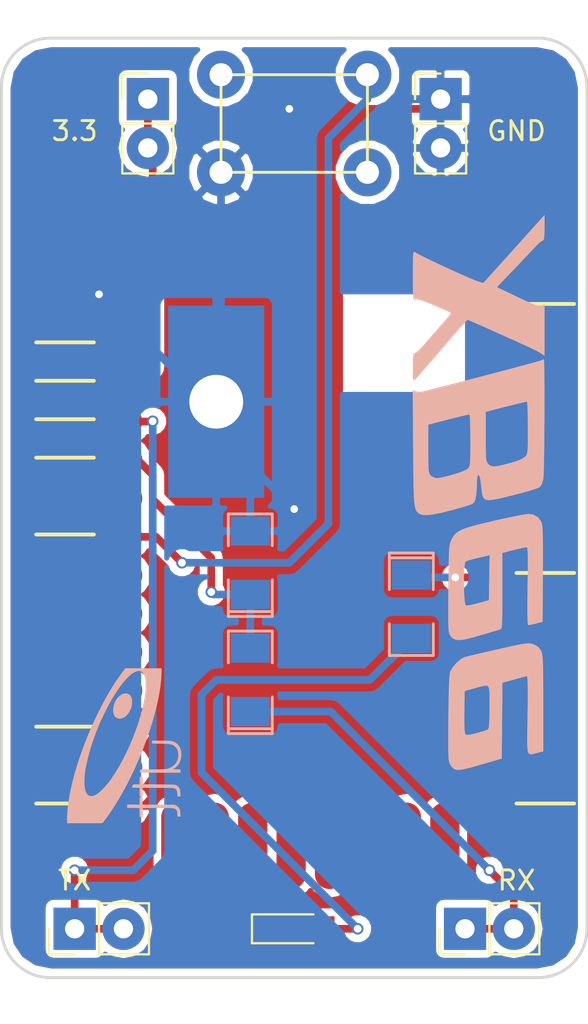
<source format=kicad_pcb>
(kicad_pcb (version 4) (host pcbnew 4.0.6)

  (general
    (links 21)
    (no_connects 0)
    (area 123.114999 48.055 153.745001 101.553333)
    (thickness 1.6)
    (drawings 22)
    (tracks 91)
    (zones 0)
    (modules 12)
    (nets 38)
  )

  (page A4)
  (layers
    (0 F.Cu signal)
    (31 B.Cu signal)
    (32 B.Adhes user)
    (33 F.Adhes user)
    (34 B.Paste user)
    (35 F.Paste user)
    (36 B.SilkS user)
    (37 F.SilkS user)
    (38 B.Mask user)
    (39 F.Mask user)
    (40 Dwgs.User user)
    (41 Cmts.User user)
    (42 Eco1.User user)
    (43 Eco2.User user)
    (44 Edge.Cuts user)
    (45 Margin user)
    (46 B.CrtYd user)
    (47 F.CrtYd user)
    (48 B.Fab user)
    (49 F.Fab user)
  )

  (setup
    (last_trace_width 0.4)
    (trace_clearance 0.2)
    (zone_clearance 0.4)
    (zone_45_only yes)
    (trace_min 0.2)
    (segment_width 0.2)
    (edge_width 0.15)
    (via_size 0.6)
    (via_drill 0.4)
    (via_min_size 0.4)
    (via_min_drill 0.3)
    (uvia_size 0.3)
    (uvia_drill 0.1)
    (uvias_allowed no)
    (uvia_min_size 0.2)
    (uvia_min_drill 0.1)
    (pcb_text_width 0.3)
    (pcb_text_size 1.5 1.5)
    (mod_edge_width 0.15)
    (mod_text_size 1 1)
    (mod_text_width 0.15)
    (pad_size 2.2 2.2)
    (pad_drill 1)
    (pad_to_mask_clearance 0.2)
    (aux_axis_origin 123.19 50.165)
    (grid_origin 123.19 50.165)
    (visible_elements 7FFFFFFF)
    (pcbplotparams
      (layerselection 0x010fc_80000001)
      (usegerberextensions false)
      (excludeedgelayer true)
      (linewidth 0.050000)
      (plotframeref false)
      (viasonmask false)
      (mode 1)
      (useauxorigin false)
      (hpglpennumber 1)
      (hpglpenspeed 20)
      (hpglpendiameter 15)
      (hpglpenoverlay 2)
      (psnegative false)
      (psa4output false)
      (plotreference true)
      (plotvalue true)
      (plotinvisibletext false)
      (padsonsilk false)
      (subtractmaskfromsilk false)
      (outputformat 1)
      (mirror false)
      (drillshape 0)
      (scaleselection 1)
      (outputdirectory export/))
  )

  (net 0 "")
  (net 1 /GND)
  (net 2 "Net-(D1-Pad2)")
  (net 3 /UART_IN)
  (net 4 /TX)
  (net 5 /VCC)
  (net 6 /RX)
  (net 7 /LED)
  (net 8 "Net-(U1-Pad5)")
  (net 9 /RST)
  (net 10 "Net-(U1-Pad7)")
  (net 11 "Net-(U1-Pad8)")
  (net 12 "Net-(U1-Pad9)")
  (net 13 "Net-(U1-Pad10)")
  (net 14 "Net-(U1-Pad12)")
  (net 15 "Net-(U1-Pad14)")
  (net 16 "Net-(U1-Pad15)")
  (net 17 "Net-(U1-Pad16)")
  (net 18 "Net-(U1-Pad17)")
  (net 19 "Net-(U1-Pad18)")
  (net 20 "Net-(U1-Pad19)")
  (net 21 "Net-(U1-Pad20)")
  (net 22 "Net-(U1-Pad21)")
  (net 23 "Net-(U1-Pad23)")
  (net 24 "Net-(U1-Pad24)")
  (net 25 "Net-(U1-Pad25)")
  (net 26 "Net-(U1-Pad26)")
  (net 27 "Net-(U1-Pad27)")
  (net 28 "Net-(U1-Pad29)")
  (net 29 "Net-(U1-Pad30)")
  (net 30 "Net-(U1-Pad31)")
  (net 31 "Net-(U1-Pad32)")
  (net 32 "Net-(U1-Pad33)")
  (net 33 "Net-(U1-Pad34)")
  (net 34 "Net-(U1-Pad36)")
  (net 35 "Net-(U1-Pad37)")
  (net 36 "Net-(U2-Pad2)")
  (net 37 "Net-(U2-Pad4)")

  (net_class Default "Ceci est la Netclass par défaut"
    (clearance 0.2)
    (trace_width 0.4)
    (via_dia 0.6)
    (via_drill 0.4)
    (uvia_dia 0.3)
    (uvia_drill 0.1)
    (add_net /GND)
    (add_net /LED)
    (add_net /RST)
    (add_net /RX)
    (add_net /TX)
    (add_net /UART_IN)
    (add_net /VCC)
    (add_net "Net-(D1-Pad2)")
    (add_net "Net-(U1-Pad10)")
    (add_net "Net-(U1-Pad12)")
    (add_net "Net-(U1-Pad14)")
    (add_net "Net-(U1-Pad15)")
    (add_net "Net-(U1-Pad16)")
    (add_net "Net-(U1-Pad17)")
    (add_net "Net-(U1-Pad18)")
    (add_net "Net-(U1-Pad19)")
    (add_net "Net-(U1-Pad20)")
    (add_net "Net-(U1-Pad21)")
    (add_net "Net-(U1-Pad23)")
    (add_net "Net-(U1-Pad24)")
    (add_net "Net-(U1-Pad25)")
    (add_net "Net-(U1-Pad26)")
    (add_net "Net-(U1-Pad27)")
    (add_net "Net-(U1-Pad29)")
    (add_net "Net-(U1-Pad30)")
    (add_net "Net-(U1-Pad31)")
    (add_net "Net-(U1-Pad32)")
    (add_net "Net-(U1-Pad33)")
    (add_net "Net-(U1-Pad34)")
    (add_net "Net-(U1-Pad36)")
    (add_net "Net-(U1-Pad37)")
    (add_net "Net-(U1-Pad5)")
    (add_net "Net-(U1-Pad7)")
    (add_net "Net-(U1-Pad8)")
    (add_net "Net-(U1-Pad9)")
    (add_net "Net-(U2-Pad2)")
    (add_net "Net-(U2-Pad4)")
  )

  (module LEDs:LED_0805_HandSoldering (layer F.Cu) (tedit 5A235516) (tstamp 5A234EFD)
    (at 138.43 96.52)
    (descr "Resistor SMD 0805, hand soldering")
    (tags "resistor 0805")
    (path /5A2461E4)
    (attr smd)
    (fp_text reference D1 (at 0 -1.7) (layer F.SilkS) hide
      (effects (font (size 1 1) (thickness 0.15)))
    )
    (fp_text value LED (at 0 1.75) (layer F.Fab)
      (effects (font (size 1 1) (thickness 0.15)))
    )
    (fp_line (start -0.4 -0.4) (end -0.4 0.4) (layer F.Fab) (width 0.1))
    (fp_line (start -0.4 0) (end 0.2 -0.4) (layer F.Fab) (width 0.1))
    (fp_line (start 0.2 0.4) (end -0.4 0) (layer F.Fab) (width 0.1))
    (fp_line (start 0.2 -0.4) (end 0.2 0.4) (layer F.Fab) (width 0.1))
    (fp_line (start -1 0.62) (end -1 -0.62) (layer F.Fab) (width 0.1))
    (fp_line (start 1 0.62) (end -1 0.62) (layer F.Fab) (width 0.1))
    (fp_line (start 1 -0.62) (end 1 0.62) (layer F.Fab) (width 0.1))
    (fp_line (start -1 -0.62) (end 1 -0.62) (layer F.Fab) (width 0.1))
    (fp_line (start 1 0.75) (end -2.2 0.75) (layer F.SilkS) (width 0.12))
    (fp_line (start -2.2 -0.75) (end 1 -0.75) (layer F.SilkS) (width 0.12))
    (fp_line (start -2.35 -0.9) (end 2.35 -0.9) (layer F.CrtYd) (width 0.05))
    (fp_line (start -2.35 -0.9) (end -2.35 0.9) (layer F.CrtYd) (width 0.05))
    (fp_line (start 2.35 0.9) (end 2.35 -0.9) (layer F.CrtYd) (width 0.05))
    (fp_line (start 2.35 0.9) (end -2.35 0.9) (layer F.CrtYd) (width 0.05))
    (fp_line (start -2.2 -0.75) (end -2.2 0.75) (layer F.SilkS) (width 0.12))
    (pad 1 smd rect (at -1.35 0) (size 1.5 1.3) (layers F.Cu F.Paste F.Mask)
      (net 1 /GND))
    (pad 2 smd rect (at 1.35 0) (size 1.5 1.3) (layers F.Cu F.Paste F.Mask)
      (net 2 "Net-(D1-Pad2)"))
    (model ${KISYS3DMOD}/LEDs.3dshapes/LED_0805.wrl
      (at (xyz 0 0 0))
      (scale (xyz 1 1 1))
      (rotate (xyz 0 0 0))
    )
  )

  (module SMD_Packages:SMD-1206_Pol (layer B.Cu) (tedit 5A23552A) (tstamp 5A234F1B)
    (at 136.144 83.566 90)
    (path /5A245E8F)
    (attr smd)
    (fp_text reference R1 (at 0 0 90) (layer B.SilkS) hide
      (effects (font (size 1 1) (thickness 0.15)) (justify mirror))
    )
    (fp_text value 1K (at 0 0 90) (layer B.Fab)
      (effects (font (size 1 1) (thickness 0.15)) (justify mirror))
    )
    (fp_line (start -2.54 1.143) (end -2.794 1.143) (layer B.SilkS) (width 0.15))
    (fp_line (start -2.794 1.143) (end -2.794 -1.143) (layer B.SilkS) (width 0.15))
    (fp_line (start -2.794 -1.143) (end -2.54 -1.143) (layer B.SilkS) (width 0.15))
    (fp_line (start -2.54 1.143) (end -2.54 -1.143) (layer B.SilkS) (width 0.15))
    (fp_line (start -2.54 -1.143) (end -0.889 -1.143) (layer B.SilkS) (width 0.15))
    (fp_line (start 0.889 1.143) (end 2.54 1.143) (layer B.SilkS) (width 0.15))
    (fp_line (start 2.54 1.143) (end 2.54 -1.143) (layer B.SilkS) (width 0.15))
    (fp_line (start 2.54 -1.143) (end 0.889 -1.143) (layer B.SilkS) (width 0.15))
    (fp_line (start -0.889 1.143) (end -2.54 1.143) (layer B.SilkS) (width 0.15))
    (pad 1 smd rect (at -1.651 0 90) (size 1.524 2.032) (layers B.Cu B.Paste B.Mask)
      (net 3 /UART_IN))
    (pad 2 smd rect (at 1.651 0 90) (size 1.524 2.032) (layers B.Cu B.Paste B.Mask)
      (net 6 /RX))
    (model SMD_Packages.3dshapes/SMD-1206_Pol.wrl
      (at (xyz 0 0 0))
      (scale (xyz 0.17 0.16 0.16))
      (rotate (xyz 0 0 0))
    )
  )

  (module SMD_Packages:SMD-1206_Pol (layer B.Cu) (tedit 5A235526) (tstamp 5A234F21)
    (at 136.144 77.47 90)
    (path /5A246478)
    (attr smd)
    (fp_text reference R2 (at 0 0 90) (layer B.SilkS) hide
      (effects (font (size 1 1) (thickness 0.15)) (justify mirror))
    )
    (fp_text value 1.5K (at 0 0 90) (layer B.Fab)
      (effects (font (size 1 1) (thickness 0.15)) (justify mirror))
    )
    (fp_line (start -2.54 1.143) (end -2.794 1.143) (layer B.SilkS) (width 0.15))
    (fp_line (start -2.794 1.143) (end -2.794 -1.143) (layer B.SilkS) (width 0.15))
    (fp_line (start -2.794 -1.143) (end -2.54 -1.143) (layer B.SilkS) (width 0.15))
    (fp_line (start -2.54 1.143) (end -2.54 -1.143) (layer B.SilkS) (width 0.15))
    (fp_line (start -2.54 -1.143) (end -0.889 -1.143) (layer B.SilkS) (width 0.15))
    (fp_line (start 0.889 1.143) (end 2.54 1.143) (layer B.SilkS) (width 0.15))
    (fp_line (start 2.54 1.143) (end 2.54 -1.143) (layer B.SilkS) (width 0.15))
    (fp_line (start 2.54 -1.143) (end 0.889 -1.143) (layer B.SilkS) (width 0.15))
    (fp_line (start -0.889 1.143) (end -2.54 1.143) (layer B.SilkS) (width 0.15))
    (pad 1 smd rect (at -1.651 0 90) (size 1.524 2.032) (layers B.Cu B.Paste B.Mask)
      (net 6 /RX))
    (pad 2 smd rect (at 1.651 0 90) (size 1.524 2.032) (layers B.Cu B.Paste B.Mask)
      (net 1 /GND))
    (model SMD_Packages.3dshapes/SMD-1206_Pol.wrl
      (at (xyz 0 0 0))
      (scale (xyz 0.17 0.16 0.16))
      (rotate (xyz 0 0 0))
    )
  )

  (module SMD_Packages:SMD-1206_Pol (layer B.Cu) (tedit 5A235522) (tstamp 5A234F27)
    (at 144.526 79.756 270)
    (path /5A2462A4)
    (attr smd)
    (fp_text reference R3 (at 0 0 270) (layer B.SilkS) hide
      (effects (font (size 1 1) (thickness 0.15)) (justify mirror))
    )
    (fp_text value 220R (at 0 0 270) (layer B.Fab)
      (effects (font (size 1 1) (thickness 0.15)) (justify mirror))
    )
    (fp_line (start -2.54 1.143) (end -2.794 1.143) (layer B.SilkS) (width 0.15))
    (fp_line (start -2.794 1.143) (end -2.794 -1.143) (layer B.SilkS) (width 0.15))
    (fp_line (start -2.794 -1.143) (end -2.54 -1.143) (layer B.SilkS) (width 0.15))
    (fp_line (start -2.54 1.143) (end -2.54 -1.143) (layer B.SilkS) (width 0.15))
    (fp_line (start -2.54 -1.143) (end -0.889 -1.143) (layer B.SilkS) (width 0.15))
    (fp_line (start 0.889 1.143) (end 2.54 1.143) (layer B.SilkS) (width 0.15))
    (fp_line (start 2.54 1.143) (end 2.54 -1.143) (layer B.SilkS) (width 0.15))
    (fp_line (start 2.54 -1.143) (end 0.889 -1.143) (layer B.SilkS) (width 0.15))
    (fp_line (start -0.889 1.143) (end -2.54 1.143) (layer B.SilkS) (width 0.15))
    (pad 1 smd rect (at -1.651 0 270) (size 1.524 2.032) (layers B.Cu B.Paste B.Mask)
      (net 7 /LED))
    (pad 2 smd rect (at 1.651 0 270) (size 1.524 2.032) (layers B.Cu B.Paste B.Mask)
      (net 2 "Net-(D1-Pad2)"))
    (model SMD_Packages.3dshapes/SMD-1206_Pol.wrl
      (at (xyz 0 0 0))
      (scale (xyz 0.17 0.16 0.16))
      (rotate (xyz 0 0 0))
    )
  )

  (module Libabar:XBEESX868 (layer F.Cu) (tedit 5A23551C) (tstamp 5A234F55)
    (at 128.27 58.42)
    (path /5A245B7B)
    (fp_text reference U1 (at 11.1 23.9) (layer F.SilkS) hide
      (effects (font (size 1 1) (thickness 0.15)))
    )
    (fp_text value XBEESX868 (at 10.8 19.8) (layer F.Fab)
      (effects (font (size 1 1) (thickness 0.15)))
    )
    (fp_line (start 0 33.78) (end 21.9 33.78) (layer F.Fab) (width 0.15))
    (fp_line (start 21.9 0) (end 21.9 33.78) (layer F.Fab) (width 0.15))
    (fp_line (start 0 0) (end 0 33.78) (layer F.Fab) (width 0.15))
    (fp_line (start 0 0) (end 21.9 0) (layer F.Fab) (width 0.15))
    (pad 1 smd oval (at 0 7.7) (size 4.5 1.524) (layers F.Cu F.Paste F.Mask)
      (net 1 /GND))
    (pad 2 smd oval (at 0 9.7) (size 4.5 1.524) (layers F.Cu F.Paste F.Mask)
      (net 5 /VCC))
    (pad 3 smd oval (at 0 11.7) (size 4.5 1.524) (layers F.Cu F.Paste F.Mask)
      (net 4 /TX))
    (pad 4 smd oval (at 0 13.7) (size 4.5 1.524) (layers F.Cu F.Paste F.Mask)
      (net 6 /RX))
    (pad 5 smd oval (at 0 15.7) (size 4.5 1.524) (layers F.Cu F.Paste F.Mask)
      (net 8 "Net-(U1-Pad5)"))
    (pad 6 smd oval (at 0 17.7) (size 4.5 1.524) (layers F.Cu F.Paste F.Mask)
      (net 9 /RST))
    (pad 7 smd oval (at 0 19.7) (size 4.5 1.524) (layers F.Cu F.Paste F.Mask)
      (net 10 "Net-(U1-Pad7)"))
    (pad 8 smd oval (at 0 21.7) (size 4.5 1.524) (layers F.Cu F.Paste F.Mask)
      (net 11 "Net-(U1-Pad8)"))
    (pad 9 smd oval (at 0 23.7) (size 4.5 1.524) (layers F.Cu F.Paste F.Mask)
      (net 12 "Net-(U1-Pad9)"))
    (pad 10 smd oval (at 0 25.7) (size 4.5 1.524) (layers F.Cu F.Paste F.Mask)
      (net 13 "Net-(U1-Pad10)"))
    (pad 11 smd oval (at 0 27.7) (size 4.5 1.524) (layers F.Cu F.Paste F.Mask)
      (net 1 /GND))
    (pad 12 smd oval (at 0 29.7) (size 4.5 1.524) (layers F.Cu F.Paste F.Mask)
      (net 14 "Net-(U1-Pad12)"))
    (pad 13 smd oval (at 0 31.7) (size 4.5 1.524) (layers F.Cu F.Paste F.Mask)
      (net 1 /GND))
    (pad 14 smd oval (at 4 33.78) (size 1.524 4.5) (layers F.Cu F.Paste F.Mask)
      (net 15 "Net-(U1-Pad14)"))
    (pad 15 smd oval (at 6 33.78) (size 1.524 4.5) (layers F.Cu F.Paste F.Mask)
      (net 16 "Net-(U1-Pad15)"))
    (pad 16 smd oval (at 8 33.78) (size 1.524 4.5) (layers F.Cu F.Paste F.Mask)
      (net 17 "Net-(U1-Pad16)"))
    (pad 17 smd oval (at 10 33.78) (size 1.524 4.5) (layers F.Cu F.Paste F.Mask)
      (net 18 "Net-(U1-Pad17)"))
    (pad 18 smd oval (at 12 33.78) (size 1.524 4.5) (layers F.Cu F.Paste F.Mask)
      (net 19 "Net-(U1-Pad18)"))
    (pad 19 smd oval (at 14 33.78) (size 1.524 4.5) (layers F.Cu F.Paste F.Mask)
      (net 20 "Net-(U1-Pad19)"))
    (pad 20 smd oval (at 16 33.78) (size 1.524 4.5) (layers F.Cu F.Paste F.Mask)
      (net 21 "Net-(U1-Pad20)"))
    (pad 21 smd oval (at 18 33.78) (size 1.524 4.5) (layers F.Cu F.Paste F.Mask)
      (net 22 "Net-(U1-Pad21)"))
    (pad 22 smd oval (at 21.9 31.7) (size 4.5 1.524) (layers F.Cu F.Paste F.Mask)
      (net 1 /GND))
    (pad 23 smd oval (at 21.9 29.7) (size 4.5 1.524) (layers F.Cu F.Paste F.Mask)
      (net 23 "Net-(U1-Pad23)"))
    (pad 24 smd oval (at 21.9 27.7) (size 4.5 1.524) (layers F.Cu F.Paste F.Mask)
      (net 24 "Net-(U1-Pad24)"))
    (pad 25 smd oval (at 21.9 25.7) (size 4.5 1.524) (layers F.Cu F.Paste F.Mask)
      (net 25 "Net-(U1-Pad25)"))
    (pad 26 smd oval (at 21.9 23.7) (size 4.5 1.524) (layers F.Cu F.Paste F.Mask)
      (net 26 "Net-(U1-Pad26)"))
    (pad 27 smd oval (at 21.9 21.7) (size 4.5 1.524) (layers F.Cu F.Paste F.Mask)
      (net 27 "Net-(U1-Pad27)"))
    (pad 28 smd oval (at 21.9 19.7) (size 4.5 1.524) (layers F.Cu F.Paste F.Mask)
      (net 7 /LED))
    (pad 29 smd oval (at 21.9 17.7) (size 4.5 1.524) (layers F.Cu F.Paste F.Mask)
      (net 28 "Net-(U1-Pad29)"))
    (pad 30 smd oval (at 21.9 15.7) (size 4.5 1.524) (layers F.Cu F.Paste F.Mask)
      (net 29 "Net-(U1-Pad30)"))
    (pad 31 smd oval (at 21.9 13.7) (size 4.5 1.524) (layers F.Cu F.Paste F.Mask)
      (net 30 "Net-(U1-Pad31)"))
    (pad 32 smd oval (at 21.9 11.7) (size 4.5 1.524) (layers F.Cu F.Paste F.Mask)
      (net 31 "Net-(U1-Pad32)"))
    (pad 33 smd oval (at 21.9 9.7) (size 4.5 1.524) (layers F.Cu F.Paste F.Mask)
      (net 32 "Net-(U1-Pad33)"))
    (pad 34 smd oval (at 21.9 7.7) (size 4.5 1.524) (layers F.Cu F.Paste F.Mask)
      (net 33 "Net-(U1-Pad34)"))
    (pad 35 smd oval (at 21.9 5.7) (size 4.5 1.524) (layers F.Cu F.Paste F.Mask)
      (net 1 /GND))
    (pad 36 smd oval (at 21.9 3.7) (size 4.5 1.524) (layers F.Cu F.Paste F.Mask)
      (net 34 "Net-(U1-Pad36)"))
    (pad 37 smd oval (at 21.9 1.7) (size 4.5 1.524) (layers F.Cu F.Paste F.Mask)
      (net 35 "Net-(U1-Pad37)"))
    (pad 38 thru_hole rect (at 6.1 10.67) (size 5 10) (drill 2.8) (layers *.Paste *.Mask B.Cu)
      (net 1 /GND))
  )

  (module Libabar:PushButton (layer F.Cu) (tedit 5A235531) (tstamp 5A234F5D)
    (at 137.16 49.53)
    (path /5A245D15)
    (fp_text reference U2 (at 0 0.5) (layer F.SilkS) hide
      (effects (font (size 1 1) (thickness 0.15)))
    )
    (fp_text value PushButton (at 0 -0.5) (layer F.Fab)
      (effects (font (size 1 1) (thickness 0.15)))
    )
    (fp_line (start -2.54 2.54) (end 5.08 2.54) (layer F.SilkS) (width 0.15))
    (fp_line (start 5.08 2.54) (end 5.08 7.62) (layer F.SilkS) (width 0.15))
    (fp_line (start 5.08 7.62) (end -2.54 7.62) (layer F.SilkS) (width 0.15))
    (fp_line (start -2.54 7.62) (end -2.54 2.54) (layer F.SilkS) (width 0.15))
    (pad 1 thru_hole circle (at 5.08 2.54) (size 2.5 2.5) (drill 1.2) (layers *.Cu *.Mask)
      (net 9 /RST))
    (pad 2 thru_hole circle (at -2.54 2.54) (size 2.5 2.5) (drill 1.2) (layers *.Cu *.Mask)
      (net 36 "Net-(U2-Pad2)"))
    (pad 3 thru_hole circle (at -2.54 7.62) (size 2.5 2.5) (drill 1.2) (layers *.Cu *.Mask)
      (net 1 /GND))
    (pad 4 thru_hole circle (at 5.08 7.62) (size 2.5 2.5) (drill 1.2) (layers *.Cu *.Mask)
      (net 37 "Net-(U2-Pad4)"))
  )

  (module Pin_Headers:Pin_Header_Straight_1x02_Pitch2.54mm (layer F.Cu) (tedit 5A235519) (tstamp 5A235087)
    (at 147.32 96.52 90)
    (descr "Through hole straight pin header, 1x02, 2.54mm pitch, single row")
    (tags "Through hole pin header THT 1x02 2.54mm single row")
    (path /5A2468E3)
    (fp_text reference J1 (at 0 -2.33 90) (layer F.SilkS) hide
      (effects (font (size 1 1) (thickness 0.15)))
    )
    (fp_text value CONN_01X02 (at 0 4.87 90) (layer F.Fab)
      (effects (font (size 1 1) (thickness 0.15)))
    )
    (fp_line (start -0.635 -1.27) (end 1.27 -1.27) (layer F.Fab) (width 0.1))
    (fp_line (start 1.27 -1.27) (end 1.27 3.81) (layer F.Fab) (width 0.1))
    (fp_line (start 1.27 3.81) (end -1.27 3.81) (layer F.Fab) (width 0.1))
    (fp_line (start -1.27 3.81) (end -1.27 -0.635) (layer F.Fab) (width 0.1))
    (fp_line (start -1.27 -0.635) (end -0.635 -1.27) (layer F.Fab) (width 0.1))
    (fp_line (start -1.33 3.87) (end 1.33 3.87) (layer F.SilkS) (width 0.12))
    (fp_line (start -1.33 1.27) (end -1.33 3.87) (layer F.SilkS) (width 0.12))
    (fp_line (start 1.33 1.27) (end 1.33 3.87) (layer F.SilkS) (width 0.12))
    (fp_line (start -1.33 1.27) (end 1.33 1.27) (layer F.SilkS) (width 0.12))
    (fp_line (start -1.33 0) (end -1.33 -1.33) (layer F.SilkS) (width 0.12))
    (fp_line (start -1.33 -1.33) (end 0 -1.33) (layer F.SilkS) (width 0.12))
    (fp_line (start -1.8 -1.8) (end -1.8 4.35) (layer F.CrtYd) (width 0.05))
    (fp_line (start -1.8 4.35) (end 1.8 4.35) (layer F.CrtYd) (width 0.05))
    (fp_line (start 1.8 4.35) (end 1.8 -1.8) (layer F.CrtYd) (width 0.05))
    (fp_line (start 1.8 -1.8) (end -1.8 -1.8) (layer F.CrtYd) (width 0.05))
    (fp_text user %R (at 0 1.27 180) (layer F.Fab)
      (effects (font (size 1 1) (thickness 0.15)))
    )
    (pad 1 thru_hole rect (at 0 0 90) (size 2.2 2.2) (drill 1) (layers *.Cu *.Mask)
      (net 3 /UART_IN))
    (pad 2 thru_hole oval (at 0 2.54 90) (size 2.2 2.2) (drill 1) (layers *.Cu *.Mask)
      (net 3 /UART_IN))
    (model ${KISYS3DMOD}/Pin_Headers.3dshapes/Pin_Header_Straight_1x02_Pitch2.54mm.wrl
      (at (xyz 0 0 0))
      (scale (xyz 1 1 1))
      (rotate (xyz 0 0 0))
    )
  )

  (module Pin_Headers:Pin_Header_Straight_1x02_Pitch2.54mm (layer F.Cu) (tedit 5A235513) (tstamp 5A23508D)
    (at 127 96.52 90)
    (descr "Through hole straight pin header, 1x02, 2.54mm pitch, single row")
    (tags "Through hole pin header THT 1x02 2.54mm single row")
    (path /5A246940)
    (fp_text reference J2 (at 0 -2.33 90) (layer F.SilkS) hide
      (effects (font (size 1 1) (thickness 0.15)))
    )
    (fp_text value CONN_01X02 (at 0 4.87 90) (layer F.Fab)
      (effects (font (size 1 1) (thickness 0.15)))
    )
    (fp_line (start -0.635 -1.27) (end 1.27 -1.27) (layer F.Fab) (width 0.1))
    (fp_line (start 1.27 -1.27) (end 1.27 3.81) (layer F.Fab) (width 0.1))
    (fp_line (start 1.27 3.81) (end -1.27 3.81) (layer F.Fab) (width 0.1))
    (fp_line (start -1.27 3.81) (end -1.27 -0.635) (layer F.Fab) (width 0.1))
    (fp_line (start -1.27 -0.635) (end -0.635 -1.27) (layer F.Fab) (width 0.1))
    (fp_line (start -1.33 3.87) (end 1.33 3.87) (layer F.SilkS) (width 0.12))
    (fp_line (start -1.33 1.27) (end -1.33 3.87) (layer F.SilkS) (width 0.12))
    (fp_line (start 1.33 1.27) (end 1.33 3.87) (layer F.SilkS) (width 0.12))
    (fp_line (start -1.33 1.27) (end 1.33 1.27) (layer F.SilkS) (width 0.12))
    (fp_line (start -1.33 0) (end -1.33 -1.33) (layer F.SilkS) (width 0.12))
    (fp_line (start -1.33 -1.33) (end 0 -1.33) (layer F.SilkS) (width 0.12))
    (fp_line (start -1.8 -1.8) (end -1.8 4.35) (layer F.CrtYd) (width 0.05))
    (fp_line (start -1.8 4.35) (end 1.8 4.35) (layer F.CrtYd) (width 0.05))
    (fp_line (start 1.8 4.35) (end 1.8 -1.8) (layer F.CrtYd) (width 0.05))
    (fp_line (start 1.8 -1.8) (end -1.8 -1.8) (layer F.CrtYd) (width 0.05))
    (fp_text user %R (at 0 1.27 180) (layer F.Fab)
      (effects (font (size 1 1) (thickness 0.15)))
    )
    (pad 1 thru_hole rect (at 0 0 90) (size 2.2 2.2) (drill 1) (layers *.Cu *.Mask)
      (net 4 /TX))
    (pad 2 thru_hole oval (at 0 2.54 90) (size 2.2 2.2) (drill 1) (layers *.Cu *.Mask)
      (net 4 /TX))
    (model ${KISYS3DMOD}/Pin_Headers.3dshapes/Pin_Header_Straight_1x02_Pitch2.54mm.wrl
      (at (xyz 0 0 0))
      (scale (xyz 1 1 1))
      (rotate (xyz 0 0 0))
    )
  )

  (module Pin_Headers:Pin_Header_Straight_1x02_Pitch2.54mm (layer F.Cu) (tedit 5A235534) (tstamp 5A235093)
    (at 146.05 53.34)
    (descr "Through hole straight pin header, 1x02, 2.54mm pitch, single row")
    (tags "Through hole pin header THT 1x02 2.54mm single row")
    (path /5A246980)
    (fp_text reference J3 (at 0 -2.33) (layer F.SilkS) hide
      (effects (font (size 1 1) (thickness 0.15)))
    )
    (fp_text value CONN_01X02 (at 0 4.87) (layer F.Fab)
      (effects (font (size 1 1) (thickness 0.15)))
    )
    (fp_line (start -0.635 -1.27) (end 1.27 -1.27) (layer F.Fab) (width 0.1))
    (fp_line (start 1.27 -1.27) (end 1.27 3.81) (layer F.Fab) (width 0.1))
    (fp_line (start 1.27 3.81) (end -1.27 3.81) (layer F.Fab) (width 0.1))
    (fp_line (start -1.27 3.81) (end -1.27 -0.635) (layer F.Fab) (width 0.1))
    (fp_line (start -1.27 -0.635) (end -0.635 -1.27) (layer F.Fab) (width 0.1))
    (fp_line (start -1.33 3.87) (end 1.33 3.87) (layer F.SilkS) (width 0.12))
    (fp_line (start -1.33 1.27) (end -1.33 3.87) (layer F.SilkS) (width 0.12))
    (fp_line (start 1.33 1.27) (end 1.33 3.87) (layer F.SilkS) (width 0.12))
    (fp_line (start -1.33 1.27) (end 1.33 1.27) (layer F.SilkS) (width 0.12))
    (fp_line (start -1.33 0) (end -1.33 -1.33) (layer F.SilkS) (width 0.12))
    (fp_line (start -1.33 -1.33) (end 0 -1.33) (layer F.SilkS) (width 0.12))
    (fp_line (start -1.8 -1.8) (end -1.8 4.35) (layer F.CrtYd) (width 0.05))
    (fp_line (start -1.8 4.35) (end 1.8 4.35) (layer F.CrtYd) (width 0.05))
    (fp_line (start 1.8 4.35) (end 1.8 -1.8) (layer F.CrtYd) (width 0.05))
    (fp_line (start 1.8 -1.8) (end -1.8 -1.8) (layer F.CrtYd) (width 0.05))
    (fp_text user %R (at 0 1.27 90) (layer F.Fab)
      (effects (font (size 1 1) (thickness 0.15)))
    )
    (pad 1 thru_hole rect (at 0 0) (size 2.2 2.2) (drill 1) (layers *.Cu *.Mask)
      (net 1 /GND))
    (pad 2 thru_hole oval (at 0 2.54) (size 2.2 2.2) (drill 1) (layers *.Cu *.Mask)
      (net 1 /GND))
    (model ${KISYS3DMOD}/Pin_Headers.3dshapes/Pin_Header_Straight_1x02_Pitch2.54mm.wrl
      (at (xyz 0 0 0))
      (scale (xyz 1 1 1))
      (rotate (xyz 0 0 0))
    )
  )

  (module Pin_Headers:Pin_Header_Straight_1x02_Pitch2.54mm (layer F.Cu) (tedit 5A23552E) (tstamp 5A235099)
    (at 130.81 53.34)
    (descr "Through hole straight pin header, 1x02, 2.54mm pitch, single row")
    (tags "Through hole pin header THT 1x02 2.54mm single row")
    (path /5A2469C7)
    (fp_text reference J4 (at 0 -2.33) (layer F.SilkS) hide
      (effects (font (size 1 1) (thickness 0.15)))
    )
    (fp_text value CONN_01X02 (at 0 4.87) (layer F.Fab)
      (effects (font (size 1 1) (thickness 0.15)))
    )
    (fp_line (start -0.635 -1.27) (end 1.27 -1.27) (layer F.Fab) (width 0.1))
    (fp_line (start 1.27 -1.27) (end 1.27 3.81) (layer F.Fab) (width 0.1))
    (fp_line (start 1.27 3.81) (end -1.27 3.81) (layer F.Fab) (width 0.1))
    (fp_line (start -1.27 3.81) (end -1.27 -0.635) (layer F.Fab) (width 0.1))
    (fp_line (start -1.27 -0.635) (end -0.635 -1.27) (layer F.Fab) (width 0.1))
    (fp_line (start -1.33 3.87) (end 1.33 3.87) (layer F.SilkS) (width 0.12))
    (fp_line (start -1.33 1.27) (end -1.33 3.87) (layer F.SilkS) (width 0.12))
    (fp_line (start 1.33 1.27) (end 1.33 3.87) (layer F.SilkS) (width 0.12))
    (fp_line (start -1.33 1.27) (end 1.33 1.27) (layer F.SilkS) (width 0.12))
    (fp_line (start -1.33 0) (end -1.33 -1.33) (layer F.SilkS) (width 0.12))
    (fp_line (start -1.33 -1.33) (end 0 -1.33) (layer F.SilkS) (width 0.12))
    (fp_line (start -1.8 -1.8) (end -1.8 4.35) (layer F.CrtYd) (width 0.05))
    (fp_line (start -1.8 4.35) (end 1.8 4.35) (layer F.CrtYd) (width 0.05))
    (fp_line (start 1.8 4.35) (end 1.8 -1.8) (layer F.CrtYd) (width 0.05))
    (fp_line (start 1.8 -1.8) (end -1.8 -1.8) (layer F.CrtYd) (width 0.05))
    (fp_text user %R (at 0 1.27 90) (layer F.Fab)
      (effects (font (size 1 1) (thickness 0.15)))
    )
    (pad 1 thru_hole rect (at 0 0) (size 2.2 2.2) (drill 1) (layers *.Cu *.Mask)
      (net 5 /VCC))
    (pad 2 thru_hole oval (at 0 2.54) (size 2.2 2.2) (drill 1) (layers *.Cu *.Mask)
      (net 5 /VCC))
    (model ${KISYS3DMOD}/Pin_Headers.3dshapes/Pin_Header_Straight_1x02_Pitch2.54mm.wrl
      (at (xyz 0 0 0))
      (scale (xyz 1 1 1))
      (rotate (xyz 0 0 0))
    )
  )

  (module All:XBee (layer B.Cu) (tedit 0) (tstamp 5A23576C)
    (at 148 74 270)
    (fp_text reference G*** (at 0 0 270) (layer B.SilkS) hide
      (effects (font (thickness 0.3)) (justify mirror))
    )
    (fp_text value LOGO (at 0.75 0 270) (layer B.SilkS) hide
      (effects (font (thickness 0.3)) (justify mirror))
    )
    (fp_poly (pts (xy -6.38966 3.389624) (xy -6.182264 3.382997) (xy -6.06874 3.367915) (xy -6.029542 3.341078)
      (xy -6.045119 3.299183) (xy -6.059266 3.281106) (xy -6.131622 3.211261) (xy -6.291947 3.067139)
      (xy -6.526791 2.860481) (xy -6.822705 2.603029) (xy -7.166239 2.306524) (xy -7.543945 1.982707)
      (xy -7.66322 1.880873) (xy -8.043302 1.555366) (xy -8.388391 1.257291) (xy -8.686047 0.997597)
      (xy -8.923827 0.787233) (xy -9.08929 0.637149) (xy -9.169994 0.558294) (xy -9.175916 0.54961)
      (xy -9.148508 0.475058) (xy -9.067572 0.283995) (xy -8.935044 -0.01922) (xy -8.752858 -0.430231)
      (xy -8.522947 -0.944681) (xy -8.247246 -1.558212) (xy -7.927689 -2.266467) (xy -7.825056 -2.493455)
      (xy -7.694112 -2.773545) (xy -7.568197 -3.026745) (xy -7.466432 -3.215267) (xy -7.429717 -3.274738)
      (xy -7.30508 -3.457592) (xy -9.970971 -3.457592) (xy -9.901682 -3.30552) (xy -9.884118 -3.234284)
      (xy -9.8936 -3.135593) (xy -9.936632 -2.991568) (xy -10.019715 -2.784329) (xy -10.149355 -2.495995)
      (xy -10.332055 -2.108686) (xy -10.352753 -2.065371) (xy -10.873113 -0.977294) (xy -11.736687 -1.804987)
      (xy -12.044993 -2.099748) (xy -12.348026 -2.388155) (xy -12.621347 -2.647044) (xy -12.84052 -2.85325)
      (xy -12.949345 -2.954496) (xy -13.122097 -3.125711) (xy -13.246921 -3.272227) (xy -13.298245 -3.363832)
      (xy -13.298429 -3.366952) (xy -13.328317 -3.410173) (xy -13.430983 -3.437905) (xy -13.625931 -3.452815)
      (xy -13.932665 -3.45757) (xy -13.96135 -3.457592) (xy -14.62427 -3.457592) (xy -13.977973 -2.876823)
      (xy -13.663377 -2.59403) (xy -13.316829 -2.282351) (xy -12.952717 -1.954745) (xy -12.585431 -1.624171)
      (xy -12.229362 -1.303585) (xy -11.898897 -1.005945) (xy -11.608427 -0.744211) (xy -11.37234 -0.531339)
      (xy -11.205027 -0.380287) (xy -11.120878 -0.304014) (xy -11.117817 -0.301207) (xy -11.101299 -0.256038)
      (xy -11.113218 -0.166043) (xy -11.158304 -0.01901) (xy -11.24129 0.197272) (xy -11.366907 0.495016)
      (xy -11.539887 0.886433) (xy -11.764961 1.383734) (xy -11.802886 1.466854) (xy -12.008309 1.912686)
      (xy -12.200817 2.322878) (xy -12.372222 2.680584) (xy -12.51434 2.968954) (xy -12.618985 3.171142)
      (xy -12.677972 3.270298) (xy -12.680583 3.273397) (xy -12.71072 3.313603) (xy -12.707558 3.343443)
      (xy -12.655362 3.364457) (xy -12.538397 3.378186) (xy -12.340926 3.386168) (xy -12.047214 3.389945)
      (xy -11.641525 3.391056) (xy -11.477861 3.391099) (xy -11.03042 3.390446) (xy -10.699676 3.387458)
      (xy -10.469341 3.380598) (xy -10.323132 3.368326) (xy -10.244762 3.349104) (xy -10.217945 3.321391)
      (xy -10.226396 3.28365) (xy -10.231646 3.273332) (xy -10.244046 3.188535) (xy -10.214881 3.041139)
      (xy -10.139137 2.814996) (xy -10.011801 2.493961) (xy -9.927117 2.292573) (xy -9.793378 1.980603)
      (xy -9.677891 1.715038) (xy -9.590667 1.518614) (xy -9.54172 1.414068) (xy -9.535516 1.403423)
      (xy -9.47919 1.433374) (xy -9.347005 1.535153) (xy -9.161326 1.690937) (xy -9.027856 1.807979)
      (xy -8.757522 2.046965) (xy -8.437601 2.327128) (xy -8.119699 2.603362) (xy -7.979057 2.724684)
      (xy -7.754211 2.927047) (xy -7.575437 3.10524) (xy -7.462579 3.238311) (xy -7.433412 3.300887)
      (xy -7.416146 3.34143) (xy -7.331004 3.368313) (xy -7.159251 3.383873) (xy -6.882155 3.390448)
      (xy -6.71048 3.391099) (xy -6.38966 3.389624)) (layer B.SilkS) (width 0.01))
    (fp_poly (pts (xy -2.514417 3.378213) (xy -1.779143 3.372978) (xy -1.164997 3.367358) (xy -0.660125 3.360268)
      (xy -0.252674 3.350621) (xy 0.069212 3.337332) (xy 0.317386 3.319316) (xy 0.503701 3.295486)
      (xy 0.640013 3.264758) (xy 0.738176 3.226045) (xy 0.810043 3.178263) (xy 0.867468 3.120324)
      (xy 0.912153 3.064401) (xy 0.973186 2.915904) (xy 0.988026 2.683532) (xy 0.95549 2.359772)
      (xy 0.874398 1.937111) (xy 0.743567 1.408037) (xy 0.561816 0.765038) (xy 0.537792 0.684103)
      (xy 0.460505 0.437659) (xy 0.395919 0.288321) (xy 0.321813 0.204876) (xy 0.215969 0.156114)
      (xy 0.147554 0.135913) (xy -0.047984 0.100562) (xy -0.315991 0.07564) (xy -0.577882 0.066863)
      (xy -0.817542 0.058682) (xy -1.001127 0.037484) (xy -1.091838 0.007693) (xy -1.094161 0.004787)
      (xy -1.093768 -0.045263) (xy -1.01215 -0.086326) (xy -0.832706 -0.123126) (xy -0.538835 -0.160391)
      (xy -0.498691 -0.164734) (xy -0.236406 -0.194024) (xy -0.038857 -0.229335) (xy 0.098438 -0.286796)
      (xy 0.179961 -0.382534) (xy 0.210195 -0.532674) (xy 0.193621 -0.753346) (xy 0.134723 -1.060675)
      (xy 0.037982 -1.470789) (xy -0.043581 -1.8022) (xy -0.146086 -2.203132) (xy -0.245915 -2.56615)
      (xy -0.336346 -2.868851) (xy -0.410658 -3.088829) (xy -0.462129 -3.203679) (xy -0.465364 -3.208035)
      (xy -0.614508 -3.311624) (xy -0.851486 -3.386537) (xy -0.901954 -3.395809) (xy -1.029525 -3.406516)
      (xy -1.265843 -3.416306) (xy -1.595048 -3.425118) (xy -2.00128 -3.432889) (xy -2.468677 -3.439558)
      (xy -2.98138 -3.445064) (xy -3.523527 -3.449343) (xy -4.079258 -3.452336) (xy -4.632712 -3.45398)
      (xy -5.16803 -3.454213) (xy -5.669349 -3.452974) (xy -6.12081 -3.450201) (xy -6.506553 -3.445832)
      (xy -6.810715 -3.439806) (xy -7.017438 -3.432061) (xy -7.110859 -3.422535) (xy -7.114659 -3.419974)
      (xy -7.086856 -3.336756) (xy -7.052275 -3.265791) (xy -7.026997 -3.18642) (xy -6.97262 -2.993634)
      (xy -6.893173 -2.702808) (xy -6.850264 -2.543325) (xy -4.920239 -2.543325) (xy -4.857078 -2.558289)
      (xy -4.680572 -2.571458) (xy -4.410356 -2.582115) (xy -4.066066 -2.589542) (xy -3.667336 -2.593023)
      (xy -3.554307 -2.593194) (xy -3.094785 -2.5927) (xy -2.749361 -2.589956) (xy -2.499153 -2.58307)
      (xy -2.325274 -2.570151) (xy -2.208841 -2.549306) (xy -2.130969 -2.518642) (xy -2.072774 -2.476269)
      (xy -2.036081 -2.441079) (xy -1.933446 -2.284635) (xy -1.825024 -2.026135) (xy -1.731725 -1.726288)
      (xy -1.630268 -1.337078) (xy -1.567827 -1.052397) (xy -1.542964 -0.850092) (xy -1.554238 -0.708013)
      (xy -1.600208 -0.604006) (xy -1.654584 -0.539657) (xy -1.709764 -0.491125) (xy -1.777253 -0.45524)
      (xy -1.876433 -0.430101) (xy -2.026691 -0.413806) (xy -2.247412 -0.404454) (xy -2.557981 -0.400145)
      (xy -2.977784 -0.398977) (xy -3.089322 -0.398953) (xy -4.383356 -0.398953) (xy -4.45025 -0.648298)
      (xy -4.517228 -0.902667) (xy -4.595084 -1.205645) (xy -4.677156 -1.530374) (xy -4.756782 -1.849996)
      (xy -4.827303 -2.137653) (xy -4.882056 -2.366486) (xy -4.914381 -2.509637) (xy -4.920239 -2.543325)
      (xy -6.850264 -2.543325) (xy -6.792683 -2.329317) (xy -6.67518 -1.888539) (xy -6.544692 -1.395848)
      (xy -6.405247 -0.866621) (xy -6.260874 -0.316234) (xy -6.115602 0.239937) (xy -6.06128 0.448822)
      (xy -4.254996 0.448822) (xy -4.191953 0.433781) (xy -4.015665 0.420559) (xy -3.745866 0.409885)
      (xy -3.402292 0.402486) (xy -3.004676 0.399091) (xy -2.903999 0.398953) (xy -2.447173 0.399475)
      (xy -2.10447 0.402303) (xy -1.857029 0.409327) (xy -1.685988 0.42244) (xy -1.572486 0.443532)
      (xy -1.497663 0.474494) (xy -1.442658 0.517218) (xy -1.412 0.54856) (xy -1.339053 0.673394)
      (xy -1.25019 0.893497) (xy -1.155832 1.17379) (xy -1.0664 1.479191) (xy -0.992314 1.774621)
      (xy -0.943994 2.024998) (xy -0.93089 2.168274) (xy -0.976891 2.334262) (xy -1.063874 2.460209)
      (xy -1.118825 2.506724) (xy -1.190161 2.540956) (xy -1.297439 2.564772) (xy -1.460217 2.580037)
      (xy -1.698053 2.588619) (xy -2.030503 2.592382) (xy -2.457646 2.593194) (xy -3.718434 2.593194)
      (xy -3.784265 2.343848) (xy -3.863209 2.04113) (xy -3.948794 1.706861) (xy -4.034662 1.366636)
      (xy -4.114455 1.046049) (xy -4.181815 0.770694) (xy -4.230386 0.566165) (xy -4.253809 0.458057)
      (xy -4.254996 0.448822) (xy -6.06128 0.448822) (xy -5.973458 0.786517) (xy -5.838471 1.308129)
      (xy -5.714671 1.789398) (xy -5.606085 2.214946) (xy -5.516742 2.5694) (xy -5.45067 2.837381)
      (xy -5.425407 2.943642) (xy -5.418186 3.129523) (xy -5.455086 3.263216) (xy -5.527526 3.398572)
      (xy -2.514417 3.378213)) (layer B.SilkS) (width 0.01))
    (fp_poly (pts (xy 6.616412 1.548131) (xy 6.836981 1.540754) (xy 6.995835 1.528567) (xy 7.107227 1.510873)
      (xy 7.18541 1.486973) (xy 7.244635 1.456168) (xy 7.292146 1.422976) (xy 7.403996 1.316175)
      (xy 7.471063 1.182242) (xy 7.492807 1.002606) (xy 7.468689 0.758697) (xy 7.39817 0.431945)
      (xy 7.28071 0.00378) (xy 7.247666 -0.108742) (xy 7.147415 -0.447256) (xy 7.058742 -0.746795)
      (xy 6.989452 -0.980978) (xy 6.947354 -1.123426) (xy 6.940411 -1.14699) (xy 6.922255 -1.180343)
      (xy 6.880146 -1.20667) (xy 6.799884 -1.226793) (xy 6.667271 -1.241536) (xy 6.468107 -1.25172)
      (xy 6.188192 -1.258167) (xy 5.813328 -1.261701) (xy 5.329314 -1.263144) (xy 4.93154 -1.263351)
      (xy 2.956857 -1.263351) (xy 2.808055 -1.845157) (xy 2.741642 -2.114718) (xy 2.690561 -2.340884)
      (xy 2.662522 -2.488666) (xy 2.659469 -2.519554) (xy 2.677237 -2.545896) (xy 2.739001 -2.566032)
      (xy 2.857658 -2.580339) (xy 3.046105 -2.589192) (xy 3.317239 -2.592967) (xy 3.683957 -2.592042)
      (xy 4.159157 -2.586792) (xy 4.687697 -2.578722) (xy 5.311869 -2.570007) (xy 5.810859 -2.566684)
      (xy 6.192365 -2.568908) (xy 6.464085 -2.576831) (xy 6.633718 -2.590608) (xy 6.708962 -2.610391)
      (xy 6.714425 -2.619115) (xy 6.697954 -2.722221) (xy 6.657323 -2.903901) (xy 6.62698 -3.025393)
      (xy 6.540818 -3.357853) (xy 4.051692 -3.372297) (xy 3.376673 -3.375277) (xy 2.822509 -3.375404)
      (xy 2.377095 -3.372338) (xy 2.028327 -3.365734) (xy 1.764098 -3.355251) (xy 1.572305 -3.340546)
      (xy 1.440841 -3.321276) (xy 1.357602 -3.2971) (xy 1.354997 -3.295979) (xy 1.105806 -3.124829)
      (xy 0.96561 -2.877635) (xy 0.932507 -2.628268) (xy 0.947716 -2.487963) (xy 0.989494 -2.240344)
      (xy 1.053503 -1.907442) (xy 1.135403 -1.511285) (xy 1.230857 -1.073903) (xy 1.289843 -0.813825)
      (xy 1.339761 -0.601427) (xy 3.075986 -0.601427) (xy 5.41911 -0.565183) (xy 5.574753 -0.013813)
      (xy 5.641582 0.248227) (xy 5.684615 0.4681) (xy 5.69727 0.609772) (xy 5.693202 0.634485)
      (xy 5.615726 0.67132) (xy 5.43251 0.70043) (xy 5.170584 0.721653) (xy 4.856976 0.734825)
      (xy 4.518715 0.739783) (xy 4.182831 0.736363) (xy 3.876353 0.724402) (xy 3.626311 0.703737)
      (xy 3.459732 0.674204) (xy 3.407367 0.648298) (xy 3.363482 0.548952) (xy 3.302898 0.354322)
      (xy 3.236035 0.099316) (xy 3.208423 -0.018122) (xy 3.075986 -0.601427) (xy 1.339761 -0.601427)
      (xy 1.42244 -0.249642) (xy 1.53657 0.199704) (xy 1.639242 0.549897) (xy 1.737466 0.816623)
      (xy 1.838253 1.015564) (xy 1.948613 1.162406) (xy 2.075555 1.272833) (xy 2.226089 1.362528)
      (xy 2.272969 1.385846) (xy 2.356719 1.423251) (xy 2.446848 1.453467) (xy 2.558242 1.477409)
      (xy 2.705788 1.495996) (xy 2.904371 1.510145) (xy 3.168879 1.520773) (xy 3.514197 1.528796)
      (xy 3.955211 1.535133) (xy 4.506808 1.5407) (xy 4.831936 1.543509) (xy 5.44189 1.548387)
      (xy 5.933119 1.551249) (xy 6.319875 1.551396) (xy 6.616412 1.548131)) (layer B.SilkS) (width 0.01))
    (fp_poly (pts (xy 13.053784 1.550222) (xy 13.348713 1.545771) (xy 13.568016 1.537145) (xy 13.72603 1.523739)
      (xy 13.837091 1.504947) (xy 13.915536 1.480164) (xy 13.975703 1.448785) (xy 13.985242 1.442687)
      (xy 14.111579 1.351767) (xy 14.19796 1.257057) (xy 14.244391 1.139092) (xy 14.250879 0.978406)
      (xy 14.217429 0.755535) (xy 14.144047 0.451013) (xy 14.03074 0.045376) (xy 13.985732 -0.11006)
      (xy 13.660048 -1.230105) (xy 11.686325 -1.247714) (xy 9.712601 -1.265322) (xy 9.644724 -1.513682)
      (xy 9.586306 -1.726039) (xy 9.513653 -1.988334) (xy 9.47612 -2.123194) (xy 9.420648 -2.33272)
      (xy 9.384064 -2.491293) (xy 9.375393 -2.548246) (xy 9.440684 -2.566374) (xy 9.631946 -2.579291)
      (xy 9.942267 -2.586892) (xy 10.364731 -2.589074) (xy 10.892424 -2.585732) (xy 11.403403 -2.578722)
      (xy 11.989404 -2.568234) (xy 12.455168 -2.560457) (xy 12.813444 -2.558762) (xy 13.076976 -2.566524)
      (xy 13.258514 -2.587116) (xy 13.370802 -2.623909) (xy 13.426588 -2.680278) (xy 13.438618 -2.759595)
      (xy 13.41964 -2.865233) (xy 13.382399 -3.000566) (xy 13.357028 -3.095687) (xy 13.282642 -3.391099)
      (xy 10.780458 -3.390996) (xy 10.129444 -3.390476) (xy 9.597799 -3.388589) (xy 9.171907 -3.384757)
      (xy 8.838154 -3.378398) (xy 8.582927 -3.368935) (xy 8.39261 -3.355789) (xy 8.25359 -3.338379)
      (xy 8.152252 -3.316127) (xy 8.074982 -3.288453) (xy 8.04555 -3.274635) (xy 7.853822 -3.134043)
      (xy 7.730665 -2.918776) (xy 7.716515 -2.879777) (xy 7.687372 -2.786434) (xy 7.670178 -2.69256)
      (xy 7.667456 -2.579944) (xy 7.681731 -2.430369) (xy 7.715526 -2.225623) (xy 7.771365 -1.94749)
      (xy 7.851771 -1.577758) (xy 7.959267 -1.098211) (xy 7.96986 -1.051243) (xy 8.071546 -0.603709)
      (xy 8.107412 -0.448101) (xy 9.861184 -0.448101) (xy 9.911751 -0.533697) (xy 10.035323 -0.579593)
      (xy 10.247063 -0.597726) (xy 10.562132 -0.600031) (xy 10.96728 -0.598429) (xy 11.417881 -0.595441)
      (xy 11.748573 -0.585869) (xy 11.972312 -0.5688) (xy 12.102052 -0.543322) (xy 12.147516 -0.515314)
      (xy 12.189448 -0.414644) (xy 12.252249 -0.222498) (xy 12.323893 0.023749) (xy 12.340276 0.083805)
      (xy 12.40862 0.358875) (xy 12.435584 0.533487) (xy 12.423647 0.632724) (xy 12.397925 0.667295)
      (xy 12.299001 0.692561) (xy 12.081978 0.709886) (xy 11.761538 0.718653) (xy 11.352365 0.718243)
      (xy 11.228331 0.716475) (xy 10.140053 0.698168) (xy 9.9959 0.16623) (xy 9.918421 -0.110073)
      (xy 9.868462 -0.310872) (xy 9.861184 -0.448101) (xy 8.107412 -0.448101) (xy 8.167054 -0.189349)
      (xy 8.251429 0.170805) (xy 8.319717 0.455727) (xy 8.366962 0.644386) (xy 8.383048 0.702309)
      (xy 8.49244 0.904085) (xy 8.680879 1.122355) (xy 8.907266 1.316606) (xy 9.130503 1.446326)
      (xy 9.14267 1.451086) (xy 9.277925 1.475677) (xy 9.543198 1.496943) (xy 9.935565 1.514771)
      (xy 10.4521 1.529048) (xy 11.089877 1.539662) (xy 11.571874 1.544574) (xy 12.179701 1.549018)
      (xy 12.668892 1.551102) (xy 13.053784 1.550222)) (layer B.SilkS) (width 0.01))
  )

  (module All:UTT-S (layer B.Cu) (tedit 0) (tstamp 5A256E79)
    (at 128.905 86.995 270)
    (fp_text reference G*** (at 0 0 270) (layer B.SilkS) hide
      (effects (font (thickness 0.3)) (justify mirror))
    )
    (fp_text value LOGO (at 0.75 0 270) (layer B.SilkS) hide
      (effects (font (thickness 0.3)) (justify mirror))
    )
    (fp_poly (pts (xy 1.359979 -1.483243) (xy 1.370779 -1.49195) (xy 1.37941 -1.511024) (xy 1.386113 -1.542745)
      (xy 1.391126 -1.589394) (xy 1.39469 -1.653251) (xy 1.397044 -1.736595) (xy 1.39843 -1.841707)
      (xy 1.399087 -1.970866) (xy 1.399254 -2.126353) (xy 1.399173 -2.310448) (xy 1.399082 -2.52543)
      (xy 1.399082 -3.597639) (xy 1.232525 -3.597639) (xy 1.232525 -3.406098) (xy 1.231336 -3.33069)
      (xy 1.228105 -3.269258) (xy 1.223333 -3.228375) (xy 1.21789 -3.214557) (xy 1.202299 -3.228346)
      (xy 1.183654 -3.262025) (xy 1.181604 -3.266826) (xy 1.146951 -3.324189) (xy 1.09068 -3.389047)
      (xy 1.02086 -3.453776) (xy 0.945556 -3.510755) (xy 0.886231 -3.545917) (xy 0.738581 -3.604027)
      (xy 0.578669 -3.63798) (xy 0.416726 -3.646365) (xy 0.27482 -3.6303) (xy 0.1275 -3.587312)
      (xy 0.005101 -3.523032) (xy -0.094357 -3.435814) (xy -0.172853 -3.324015) (xy -0.220894 -3.218439)
      (xy -0.231324 -3.188402) (xy -0.239608 -3.157502) (xy -0.246058 -3.121408) (xy -0.250986 -3.075789)
      (xy -0.254702 -3.016313) (xy -0.257519 -2.938651) (xy -0.259747 -2.83847) (xy -0.2617 -2.71144)
      (xy -0.262653 -2.637788) (xy -0.268719 -2.152625) (xy -0.221802 -2.135656) (xy -0.177987 -2.119401)
      (xy -0.147637 -2.107601) (xy -0.139554 -2.106805) (xy -0.133092 -2.114048) (xy -0.127982 -2.132809)
      (xy -0.123953 -2.16657) (xy -0.120736 -2.218813) (xy -0.118061 -2.293019) (xy -0.115659 -2.392669)
      (xy -0.113259 -2.521244) (xy -0.112603 -2.559767) (xy -0.109235 -2.7222) (xy -0.104575 -2.855461)
      (xy -0.097793 -2.963688) (xy -0.088059 -3.051016) (xy -0.074544 -3.121583) (xy -0.056418 -3.179526)
      (xy -0.032852 -3.22898) (xy -0.003016 -3.274084) (xy 0.033921 -3.318973) (xy 0.041321 -3.327275)
      (xy 0.117151 -3.39799) (xy 0.201177 -3.447188) (xy 0.300667 -3.47789) (xy 0.422894 -3.493117)
      (xy 0.443135 -3.494229) (xy 0.605775 -3.487771) (xy 0.752187 -3.452305) (xy 0.881866 -3.388121)
      (xy 0.994308 -3.295512) (xy 1.089007 -3.174766) (xy 1.132961 -3.097233) (xy 1.156761 -3.04789)
      (xy 1.176436 -3.000366) (xy 1.192378 -2.950951) (xy 1.204975 -2.895934) (xy 1.214617 -2.831605)
      (xy 1.221693 -2.754254) (xy 1.226594 -2.660171) (xy 1.229709 -2.545646) (xy 1.231427 -2.406968)
      (xy 1.232138 -2.240427) (xy 1.232235 -2.151904) (xy 1.232525 -1.530628) (xy 1.290285 -1.506494)
      (xy 1.312162 -1.49653) (xy 1.33091 -1.487814) (xy 1.346769 -1.482625) (xy 1.359979 -1.483243)) (layer B.SilkS) (width 0.01))
    (fp_poly (pts (xy 2.172603 -1.098864) (xy 2.178259 -1.146071) (xy 2.181355 -1.221969) (xy 2.181902 -1.282492)
      (xy 2.181902 -1.482361) (xy 2.631607 -1.482361) (xy 2.631607 -1.632262) (xy 2.180995 -1.632262)
      (xy 2.185612 -2.455515) (xy 2.186698 -2.642389) (xy 2.187765 -2.798842) (xy 2.188942 -2.927769)
      (xy 2.190359 -3.032059) (xy 2.192146 -3.114606) (xy 2.194432 -3.1783) (xy 2.197346 -3.226033)
      (xy 2.201019 -3.260698) (xy 2.205581 -3.285185) (xy 2.211159 -3.302388) (xy 2.217885 -3.315196)
      (xy 2.22457 -3.324748) (xy 2.270354 -3.378226) (xy 2.317972 -3.413031) (xy 2.376692 -3.433352)
      (xy 2.455783 -3.443378) (xy 2.491242 -3.445283) (xy 2.631607 -3.451156) (xy 2.631607 -3.597639)
      (xy 2.494197 -3.597096) (xy 2.376348 -3.589735) (xy 2.27903 -3.56952) (xy 2.268772 -3.56615)
      (xy 2.17788 -3.523876) (xy 2.109641 -3.464548) (xy 2.059527 -3.389443) (xy 2.05146 -3.373602)
      (xy 2.044666 -3.356648) (xy 2.039001 -3.335653) (xy 2.034323 -3.30769) (xy 2.03049 -3.269834)
      (xy 2.02736 -3.219157) (xy 2.024789 -3.152734) (xy 2.022636 -3.067636) (xy 2.020757 -2.960939)
      (xy 2.019011 -2.829716) (xy 2.017255 -2.671039) (xy 2.015347 -2.481983) (xy 2.015344 -2.481705)
      (xy 2.007016 -1.64059) (xy 1.811312 -1.635898) (xy 1.615607 -1.631205) (xy 1.615607 -1.483418)
      (xy 1.811312 -1.478725) (xy 2.007016 -1.474033) (xy 2.011783 -1.31167) (xy 2.01655 -1.149308)
      (xy 2.081906 -1.115965) (xy 2.125714 -1.095491) (xy 2.157996 -1.083729) (xy 2.164582 -1.082623)
      (xy 2.172603 -1.098864)) (layer B.SilkS) (width 0.01))
    (fp_poly (pts (xy 3.235017 -1.15341) (xy 3.239541 -1.474033) (xy 3.468557 -1.478667) (xy 3.697574 -1.483301)
      (xy 3.697574 -1.631322) (xy 3.468557 -1.635956) (xy 3.239541 -1.64059) (xy 3.235207 -2.40607)
      (xy 3.234224 -2.602576) (xy 3.23389 -2.768643) (xy 3.234513 -2.907139) (xy 3.236402 -3.020934)
      (xy 3.239864 -3.112898) (xy 3.245209 -3.1859) (xy 3.252746 -3.242809) (xy 3.262781 -3.286496)
      (xy 3.275625 -3.319829) (xy 3.291585 -3.345679) (xy 3.31097 -3.366915) (xy 3.334088 -3.386407)
      (xy 3.341177 -3.39187) (xy 3.376265 -3.415274) (xy 3.413223 -3.429998) (xy 3.46225 -3.438733)
      (xy 3.533544 -3.444172) (xy 3.540765 -3.444559) (xy 3.680918 -3.451915) (xy 3.680918 -3.597639)
      (xy 3.551836 -3.595934) (xy 3.481746 -3.593496) (xy 3.418045 -3.588671) (xy 3.373628 -3.582462)
      (xy 3.371088 -3.581887) (xy 3.266969 -3.542843) (xy 3.185378 -3.47992) (xy 3.123725 -3.391116)
      (xy 3.12347 -3.390618) (xy 3.072984 -3.291937) (xy 3.067959 -2.462099) (xy 3.062935 -1.632262)
      (xy 2.681574 -1.632262) (xy 2.681574 -1.482361) (xy 3.064656 -1.482361) (xy 3.064656 -0.832787)
      (xy 3.230494 -0.832787) (xy 3.235017 -1.15341)) (layer B.SilkS) (width 0.01))
    (fp_poly (pts (xy 3.957743 2.295876) (xy 3.986365 2.292326) (xy 4.030973 2.28113) (xy 4.022361 0.459708)
      (xy 3.855803 0.329231) (xy 3.787905 0.277681) (xy 3.700027 0.213399) (xy 3.600004 0.14198)
      (xy 3.495672 0.069022) (xy 3.397771 0.002079) (xy 3.040681 -0.2297) (xy 2.665024 -0.456206)
      (xy 2.273356 -0.67652) (xy 1.868233 -0.889725) (xy 1.452211 -1.094901) (xy 1.027844 -1.29113)
      (xy 0.59769 -1.477494) (xy 0.164304 -1.653075) (xy -0.269758 -1.816954) (xy -0.701941 -1.968212)
      (xy -1.129688 -2.105932) (xy -1.550444 -2.229194) (xy -1.961652 -2.337081) (xy -2.360757 -2.428673)
      (xy -2.745204 -2.503053) (xy -3.112436 -2.559303) (xy -3.459897 -2.596503) (xy -3.785031 -2.613735)
      (xy -3.884951 -2.614883) (xy -4.030688 -2.614951) (xy -4.030688 -1.445783) (xy -3.900799 -1.445783)
      (xy -3.884544 -1.537596) (xy -3.837609 -1.616744) (xy -3.760132 -1.682988) (xy -3.652252 -1.736091)
      (xy -3.522688 -1.773935) (xy -3.451204 -1.784726) (xy -3.354037 -1.792111) (xy -3.238639 -1.796096)
      (xy -3.112464 -1.796685) (xy -2.982964 -1.793884) (xy -2.857592 -1.787697) (xy -2.743802 -1.778131)
      (xy -2.703246 -1.773365) (xy -2.349806 -1.716869) (xy -1.978449 -1.637431) (xy -1.593553 -1.536858)
      (xy -1.199494 -1.41696) (xy -0.800652 -1.279544) (xy -0.401402 -1.12642) (xy -0.006124 -0.959395)
      (xy 0.380805 -0.780278) (xy 0.755008 -0.590877) (xy 1.112107 -0.393) (xy 1.447725 -0.188457)
      (xy 1.757483 0.020945) (xy 1.906608 0.130944) (xy 1.99823 0.204617) (xy 2.096535 0.29035)
      (xy 2.196145 0.382838) (xy 2.291686 0.476773) (xy 2.377779 0.56685) (xy 2.44905 0.647762)
      (xy 2.500121 0.714204) (xy 2.505026 0.721546) (xy 2.574953 0.844867) (xy 2.614768 0.955061)
      (xy 2.624563 1.053051) (xy 2.604433 1.139755) (xy 2.554952 1.215561) (xy 2.480855 1.279449)
      (xy 2.385761 1.329018) (xy 2.267334 1.364899) (xy 2.123239 1.387723) (xy 1.951139 1.398121)
      (xy 1.876469 1.398945) (xy 1.693823 1.394508) (xy 1.508775 1.380881) (xy 1.31573 1.357247)
      (xy 1.109095 1.322788) (xy 0.883277 1.27669) (xy 0.632682 1.218134) (xy 0.62459 1.216143)
      (xy 0.312469 1.133448) (xy -0.003084 1.038687) (xy -0.319992 0.932997) (xy -0.636175 0.817513)
      (xy -0.949556 0.693373) (xy -1.258055 0.561712) (xy -1.559596 0.423667) (xy -1.852099 0.280373)
      (xy -2.133486 0.132967) (xy -2.401679 -0.017414) (xy -2.6546 -0.169635) (xy -2.89017 -0.322559)
      (xy -3.106312 -0.47505) (xy -3.300946 -0.625972) (xy -3.471994 -0.774188) (xy -3.617379 -0.918563)
      (xy -3.735022 -1.05796) (xy -3.822845 -1.191243) (xy -3.840717 -1.225114) (xy -3.886236 -1.341543)
      (xy -3.900799 -1.445783) (xy -4.030688 -1.445783) (xy -4.030688 -0.732698) (xy -3.826656 -0.580435)
      (xy -3.471415 -0.327701) (xy -3.088821 -0.078522) (xy -2.682276 0.165723) (xy -2.255182 0.403652)
      (xy -1.810942 0.633885) (xy -1.352956 0.855043) (xy -0.884628 1.065745) (xy -0.40936 1.26461)
      (xy 0.069447 1.450259) (xy 0.54839 1.621311) (xy 1.024068 1.776386) (xy 1.493078 1.914103)
      (xy 1.952018 2.033083) (xy 2.397486 2.131945) (xy 2.82608 2.209309) (xy 3.16459 2.255976)
      (xy 3.261892 2.266018) (xy 3.371302 2.275128) (xy 3.487031 2.28305) (xy 3.603286 2.289528)
      (xy 3.714276 2.294306) (xy 3.81421 2.297127) (xy 3.897296 2.297736) (xy 3.957743 2.295876)) (layer B.SilkS) (width 0.01))
    (fp_poly (pts (xy -1.780903 -0.105428) (xy -1.660347 -0.127526) (xy -1.562108 -0.170372) (xy -1.48777 -0.232906)
      (xy -1.438917 -0.314068) (xy -1.417135 -0.412798) (xy -1.416103 -0.443645) (xy -1.432948 -0.562338)
      (xy -1.482157 -0.675393) (xy -1.563105 -0.781789) (xy -1.675166 -0.880505) (xy -1.690495 -0.891658)
      (xy -1.845083 -0.98337) (xy -2.009895 -1.046658) (xy -2.179866 -1.080133) (xy -2.349931 -1.082403)
      (xy -2.375932 -1.079877) (xy -2.493329 -1.054031) (xy -2.589077 -1.006921) (xy -2.661019 -0.941148)
      (xy -2.706994 -0.859316) (xy -2.724843 -0.764028) (xy -2.715466 -0.670648) (xy -2.67305 -0.554373)
      (xy -2.601766 -0.4451) (xy -2.505813 -0.345823) (xy -2.389393 -0.259536) (xy -2.256706 -0.189234)
      (xy -2.111953 -0.137912) (xy -1.959335 -0.108565) (xy -1.922191 -0.105138) (xy -1.780903 -0.105428)) (layer B.SilkS) (width 0.01))
  )

  (gr_text RX (at 150 94) (layer F.SilkS)
    (effects (font (size 1 1) (thickness 0.15)))
  )
  (gr_text TX (at 127 94) (layer F.SilkS)
    (effects (font (size 1 1) (thickness 0.15)))
  )
  (gr_text 3.3 (at 127 55) (layer F.SilkS)
    (effects (font (size 1 1) (thickness 0.15)))
  )
  (gr_text GND (at 150 55) (layer F.SilkS)
    (effects (font (size 1 1) (thickness 0.15)))
  )
  (gr_line (start 150 90) (end 153 90) (angle 90) (layer F.SilkS) (width 0.2))
  (gr_line (start 150 78) (end 153 78) (angle 90) (layer F.SilkS) (width 0.2))
  (gr_line (start 150 64) (end 153 64) (angle 90) (layer F.SilkS) (width 0.2))
  (gr_line (start 128 90) (end 125 90) (angle 90) (layer F.SilkS) (width 0.2))
  (gr_line (start 128 86) (end 125 86) (angle 90) (layer F.SilkS) (width 0.2))
  (gr_line (start 128 76) (end 125 76) (angle 90) (layer F.SilkS) (width 0.2))
  (gr_line (start 128 72) (end 125 72) (angle 90) (layer F.SilkS) (width 0.2))
  (gr_line (start 128 70) (end 125 70) (angle 90) (layer F.SilkS) (width 0.2))
  (gr_line (start 128 68) (end 125 68) (angle 90) (layer F.SilkS) (width 0.2))
  (gr_line (start 128 66) (end 125 66) (angle 90) (layer F.SilkS) (width 0.2))
  (gr_line (start 123.19 96.52) (end 123.19 52.705) (angle 90) (layer Edge.Cuts) (width 0.15))
  (gr_line (start 153.67 52.705) (end 153.67 96.52) (angle 90) (layer Edge.Cuts) (width 0.15))
  (gr_line (start 125.73 50.165) (end 151.13 50.165) (angle 90) (layer Edge.Cuts) (width 0.15))
  (gr_arc (start 125.73 52.705) (end 123.19 52.705) (angle 90) (layer Edge.Cuts) (width 0.15))
  (gr_arc (start 151.13 52.705) (end 151.13 50.165) (angle 90) (layer Edge.Cuts) (width 0.15))
  (gr_line (start 125.73 99.06) (end 151.13 99.06) (angle 90) (layer Edge.Cuts) (width 0.15))
  (gr_arc (start 125.73 96.52) (end 125.73 99.06) (angle 90) (layer Edge.Cuts) (width 0.15))
  (gr_arc (start 151.13 96.52) (end 153.67 96.52) (angle 90) (layer Edge.Cuts) (width 0.15))

  (segment (start 150.17 64.12) (end 148.575 64.12) (width 0.4) (layer F.Cu) (net 1))
  (segment (start 148.575 64.12) (end 146.05 61.595) (width 0.4) (layer F.Cu) (net 1) (tstamp 5A23542B))
  (segment (start 146.05 61.595) (end 146.05 55.88) (width 0.4) (layer F.Cu) (net 1) (tstamp 5A23542C))
  (segment (start 128.27 66.12) (end 128.27 63.5) (width 0.4) (layer F.Cu) (net 1))
  (segment (start 128.27 63.5) (end 133.86 69.09) (width 0.4) (layer B.Cu) (net 1) (tstamp 5A235324))
  (via (at 128.27 63.5) (size 0.6) (drill 0.4) (layers F.Cu B.Cu) (net 1))
  (segment (start 133.86 69.09) (end 134.37 69.09) (width 0.4) (layer B.Cu) (net 1) (tstamp 5A235325))
  (segment (start 139.192 87.884) (end 139.192 75.438) (width 0.4) (layer F.Cu) (net 1))
  (segment (start 138.43 74.676) (end 134.37 70.616) (width 0.4) (layer B.Cu) (net 1) (tstamp 5A2352C2))
  (via (at 138.43 74.676) (size 0.6) (drill 0.4) (layers F.Cu B.Cu) (net 1))
  (segment (start 139.192 75.438) (end 138.43 74.676) (width 0.4) (layer F.Cu) (net 1) (tstamp 5A2352C0))
  (segment (start 134.37 70.616) (end 134.37 69.09) (width 0.4) (layer B.Cu) (net 1) (tstamp 5A2352C3))
  (segment (start 150.17 90.12) (end 148.286 90.12) (width 0.4) (layer F.Cu) (net 1))
  (segment (start 148.286 90.12) (end 146.05 87.884) (width 0.4) (layer F.Cu) (net 1) (tstamp 5A2352B6))
  (segment (start 146.05 87.884) (end 139.192 87.884) (width 0.4) (layer F.Cu) (net 1) (tstamp 5A2352B8))
  (segment (start 139.192 87.884) (end 131.572 87.884) (width 0.4) (layer F.Cu) (net 1) (tstamp 5A2352BE))
  (segment (start 137.08 96.52) (end 132.08 96.52) (width 0.4) (layer F.Cu) (net 1))
  (segment (start 128.27 92.71) (end 128.27 90.12) (width 0.4) (layer F.Cu) (net 1) (tstamp 5A2352B2))
  (segment (start 132.08 96.52) (end 128.27 92.71) (width 0.4) (layer F.Cu) (net 1) (tstamp 5A2352B0))
  (segment (start 128.27 86.12) (end 130.824 86.12) (width 0.4) (layer F.Cu) (net 1))
  (segment (start 130.606 90.12) (end 128.27 90.12) (width 0.4) (layer F.Cu) (net 1) (tstamp 5A2352A5))
  (segment (start 131.572 89.154) (end 130.606 90.12) (width 0.4) (layer F.Cu) (net 1) (tstamp 5A2352A4))
  (segment (start 131.572 86.868) (end 131.572 87.884) (width 0.4) (layer F.Cu) (net 1) (tstamp 5A2352A3))
  (segment (start 131.572 87.884) (end 131.572 89.154) (width 0.4) (layer F.Cu) (net 1) (tstamp 5A2352BC))
  (segment (start 130.824 86.12) (end 131.572 86.868) (width 0.4) (layer F.Cu) (net 1) (tstamp 5A2352A2))
  (segment (start 146.05 53.34) (end 145.542 53.848) (width 0.4) (layer F.Cu) (net 1))
  (segment (start 145.542 53.848) (end 138.176 53.848) (width 0.4) (layer F.Cu) (net 1) (tstamp 5A23529C))
  (segment (start 137.922 53.848) (end 134.62 57.15) (width 0.4) (layer B.Cu) (net 1) (tstamp 5A23529F))
  (segment (start 138.176 53.848) (end 137.922 53.848) (width 0.4) (layer B.Cu) (net 1) (tstamp 5A23529E))
  (via (at 138.176 53.848) (size 0.6) (drill 0.4) (layers F.Cu B.Cu) (net 1))
  (segment (start 134.62 57.15) (end 134.62 68.84) (width 0.4) (layer B.Cu) (net 1))
  (segment (start 134.62 68.84) (end 134.37 69.09) (width 0.4) (layer B.Cu) (net 1) (tstamp 5A235299))
  (segment (start 136.144 75.819) (end 136.144 70.864) (width 0.4) (layer B.Cu) (net 1))
  (segment (start 136.144 70.864) (end 134.37 69.09) (width 0.4) (layer B.Cu) (net 1) (tstamp 5A23522B))
  (segment (start 146.05 53.34) (end 146.05 55.88) (width 0.4) (layer F.Cu) (net 1))
  (segment (start 144.526 81.407) (end 142.367 83.566) (width 0.4) (layer B.Cu) (net 2))
  (segment (start 141.732 96.52) (end 139.78 96.52) (width 0.4) (layer F.Cu) (net 2) (tstamp 5A235291))
  (via (at 141.732 96.52) (size 0.6) (drill 0.4) (layers F.Cu B.Cu) (net 2))
  (segment (start 133.604 88.392) (end 141.732 96.52) (width 0.4) (layer B.Cu) (net 2) (tstamp 5A23528E))
  (segment (start 133.604 84.328) (end 133.604 88.392) (width 0.4) (layer B.Cu) (net 2) (tstamp 5A23528D))
  (segment (start 134.366 83.566) (end 133.604 84.328) (width 0.4) (layer B.Cu) (net 2) (tstamp 5A23528C))
  (segment (start 142.367 83.566) (end 134.366 83.566) (width 0.4) (layer B.Cu) (net 2) (tstamp 5A23528A))
  (segment (start 136.144 85.217) (end 140.335 85.217) (width 0.4) (layer B.Cu) (net 3))
  (segment (start 149.86 94.742) (end 149.86 96.52) (width 0.4) (layer F.Cu) (net 3) (tstamp 5A235233))
  (segment (start 148.59 93.472) (end 149.86 94.742) (width 0.4) (layer F.Cu) (net 3) (tstamp 5A235232))
  (via (at 148.59 93.472) (size 0.6) (drill 0.4) (layers F.Cu B.Cu) (net 3))
  (segment (start 140.335 85.217) (end 148.59 93.472) (width 0.4) (layer B.Cu) (net 3) (tstamp 5A23522F))
  (segment (start 147.32 96.52) (end 149.86 96.52) (width 0.4) (layer F.Cu) (net 3))
  (segment (start 129.54 93.472) (end 127 93.472) (width 0.4) (layer B.Cu) (net 4))
  (segment (start 131.048 70.12) (end 131.064 70.104) (width 0.4) (layer F.Cu) (net 4) (tstamp 5A235257))
  (via (at 131.064 70.104) (size 0.6) (drill 0.4) (layers F.Cu B.Cu) (net 4))
  (segment (start 131.064 70.104) (end 131.064 75.946) (width 0.4) (layer B.Cu) (net 4) (tstamp 5A235259))
  (segment (start 131.064 75.946) (end 131.064 81.28) (width 0.4) (layer B.Cu) (net 4) (tstamp 5A23525A))
  (segment (start 131.064 81.28) (end 131.064 87.63) (width 0.4) (layer B.Cu) (net 4) (tstamp 5A23525B))
  (segment (start 131.064 87.63) (end 131.064 92.456) (width 0.4) (layer B.Cu) (net 4) (tstamp 5A23525C))
  (segment (start 131.064 92.456) (end 130.048 93.472) (width 0.4) (layer B.Cu) (net 4) (tstamp 5A23525D))
  (segment (start 130.048 93.472) (end 129.54 93.472) (width 0.4) (layer B.Cu) (net 4) (tstamp 5A23525E))
  (segment (start 128.27 70.12) (end 131.048 70.12) (width 0.4) (layer F.Cu) (net 4))
  (segment (start 127 93.472) (end 127 96.52) (width 0.4) (layer F.Cu) (net 4) (tstamp 5A2352AD))
  (via (at 127 93.472) (size 0.6) (drill 0.4) (layers F.Cu B.Cu) (net 4))
  (segment (start 127 96.52) (end 129.54 96.52) (width 0.4) (layer F.Cu) (net 4))
  (segment (start 128.27 68.12) (end 130.254 68.12) (width 0.4) (layer F.Cu) (net 5))
  (segment (start 130.254 68.12) (end 131.064 67.31) (width 0.4) (layer F.Cu) (net 5) (tstamp 5A2351C3))
  (segment (start 131.064 67.31) (end 131.064 56.134) (width 0.4) (layer F.Cu) (net 5) (tstamp 5A2351C4))
  (segment (start 131.064 56.134) (end 130.81 55.88) (width 0.4) (layer F.Cu) (net 5) (tstamp 5A2351C5))
  (segment (start 130.81 53.34) (end 130.81 55.88) (width 0.4) (layer F.Cu) (net 5))
  (segment (start 128.27 72.12) (end 130.286 72.12) (width 0.4) (layer F.Cu) (net 6))
  (segment (start 130.286 72.12) (end 131.064 72.898) (width 0.4) (layer F.Cu) (net 6) (tstamp 5A23524D))
  (segment (start 134.239 79.121) (end 136.144 79.121) (width 0.4) (layer B.Cu) (net 6) (tstamp 5A235254))
  (segment (start 134.112 78.994) (end 134.239 79.121) (width 0.4) (layer B.Cu) (net 6) (tstamp 5A235253))
  (via (at 134.112 78.994) (size 0.6) (drill 0.4) (layers F.Cu B.Cu) (net 6))
  (segment (start 134.112 77.216) (end 134.112 78.994) (width 0.4) (layer F.Cu) (net 6) (tstamp 5A235250))
  (segment (start 131.064 74.168) (end 134.112 77.216) (width 0.4) (layer F.Cu) (net 6) (tstamp 5A23524F))
  (segment (start 131.064 72.898) (end 131.064 74.168) (width 0.4) (layer F.Cu) (net 6) (tstamp 5A23524E))
  (segment (start 136.017 79.248) (end 136.144 79.121) (width 0.4) (layer B.Cu) (net 6) (tstamp 5A235240))
  (segment (start 136.144 79.121) (end 136.144 81.915) (width 0.4) (layer B.Cu) (net 6))
  (segment (start 136.144 79.248) (end 136.144 79.629) (width 0.4) (layer B.Cu) (net 6) (tstamp 5A2351F1))
  (segment (start 150.17 78.12) (end 150.058 78.232) (width 0.4) (layer F.Cu) (net 7))
  (segment (start 150.058 78.232) (end 146.812 78.232) (width 0.4) (layer F.Cu) (net 7) (tstamp 5A235284))
  (via (at 146.812 78.232) (size 0.6) (drill 0.4) (layers F.Cu B.Cu) (net 7))
  (segment (start 146.812 78.232) (end 144.653 78.232) (width 0.4) (layer B.Cu) (net 7) (tstamp 5A235286))
  (segment (start 144.653 78.232) (end 144.526 78.105) (width 0.4) (layer B.Cu) (net 7) (tstamp 5A235287))
  (segment (start 137.414 77.47) (end 138.176 77.47) (width 0.4) (layer B.Cu) (net 9))
  (segment (start 131.238 76.12) (end 132.588 77.47) (width 0.4) (layer F.Cu) (net 9) (tstamp 5A235268))
  (via (at 132.588 77.47) (size 0.6) (drill 0.4) (layers F.Cu B.Cu) (net 9))
  (segment (start 132.588 77.47) (end 137.414 77.47) (width 0.4) (layer B.Cu) (net 9) (tstamp 5A23526B))
  (segment (start 128.27 76.12) (end 131.238 76.12) (width 0.4) (layer F.Cu) (net 9))
  (segment (start 142.24 53.34) (end 142.24 52.07) (width 0.4) (layer B.Cu) (net 9) (tstamp 5A235272))
  (segment (start 140.208 55.372) (end 142.24 53.34) (width 0.4) (layer B.Cu) (net 9) (tstamp 5A235271))
  (segment (start 140.208 75.438) (end 140.208 55.372) (width 0.4) (layer B.Cu) (net 9) (tstamp 5A23526F))
  (segment (start 138.176 77.47) (end 140.208 75.438) (width 0.4) (layer B.Cu) (net 9) (tstamp 5A23526E))

  (zone (net 0) (net_name "") (layer B.Cu) (tstamp 5A2353D2) (hatch edge 0.508)
    (connect_pads (clearance 0.4))
    (min_thickness 0.254)
    (keepout (tracks not_allowed) (vias not_allowed) (copperpour not_allowed))
    (fill (arc_segments 16) (thermal_gap 0.4) (thermal_bridge_width 0.4))
    (polygon
      (pts
        (xy 147.32 63.5) (xy 147.32 68.58) (xy 140.97 68.58) (xy 140.97 63.5)
      )
    )
  )
  (zone (net 0) (net_name "") (layer F.Cu) (tstamp 5A2353DA) (hatch edge 0.508)
    (connect_pads (clearance 0.4))
    (min_thickness 0.254)
    (keepout (tracks not_allowed) (vias not_allowed) (copperpour not_allowed))
    (fill (arc_segments 16) (thermal_gap 0.4) (thermal_bridge_width 0.4))
    (polygon
      (pts
        (xy 147.32 63.5) (xy 147.32 68.58) (xy 140.97 68.58) (xy 140.97 63.5)
      )
    )
  )
  (zone (net 1) (net_name /GND) (layer F.Cu) (tstamp 5A235639) (hatch edge 0.508)
    (connect_pads (clearance 0.4))
    (min_thickness 0.254)
    (fill yes (arc_segments 16) (thermal_gap 0.4) (thermal_bridge_width 0.4))
    (polygon
      (pts
        (xy 123.19 50.165) (xy 153.67 50.165) (xy 153.67 99.06) (xy 123.19 99.06)
      )
    )
    (filled_polygon
      (pts
        (xy 133.114412 51.062096) (xy 132.84331 51.714982) (xy 132.842693 52.421916) (xy 133.112655 53.075274) (xy 133.612096 53.575588)
        (xy 134.264982 53.84669) (xy 134.971916 53.847307) (xy 135.625274 53.577345) (xy 136.125588 53.077904) (xy 136.39669 52.425018)
        (xy 136.397307 51.718084) (xy 136.127345 51.064726) (xy 135.830139 50.767) (xy 141.030024 50.767) (xy 140.734412 51.062096)
        (xy 140.46331 51.714982) (xy 140.462693 52.421916) (xy 140.732655 53.075274) (xy 141.232096 53.575588) (xy 141.884982 53.84669)
        (xy 142.591916 53.847307) (xy 143.245274 53.577345) (xy 143.277925 53.54475) (xy 144.423 53.54475) (xy 144.423 54.544827)
        (xy 144.503231 54.738521) (xy 144.651478 54.886769) (xy 144.748318 54.926882) (xy 144.692142 54.983692) (xy 144.45607 55.553636)
        (xy 144.556533 55.807) (xy 145.977 55.807) (xy 145.977 53.413) (xy 146.123 53.413) (xy 146.123 55.807)
        (xy 147.543467 55.807) (xy 147.64393 55.553636) (xy 147.407858 54.983692) (xy 147.351682 54.926882) (xy 147.448522 54.886769)
        (xy 147.596769 54.738521) (xy 147.677 54.544827) (xy 147.677 53.54475) (xy 147.54525 53.413) (xy 146.123 53.413)
        (xy 145.977 53.413) (xy 144.55475 53.413) (xy 144.423 53.54475) (xy 143.277925 53.54475) (xy 143.745588 53.077904)
        (xy 144.01669 52.425018) (xy 144.016942 52.135173) (xy 144.423 52.135173) (xy 144.423 53.13525) (xy 144.55475 53.267)
        (xy 145.977 53.267) (xy 145.977 51.84475) (xy 146.123 51.84475) (xy 146.123 53.267) (xy 147.54525 53.267)
        (xy 147.677 53.13525) (xy 147.677 52.135173) (xy 147.596769 51.941479) (xy 147.448522 51.793231) (xy 147.254827 51.713)
        (xy 146.25475 51.713) (xy 146.123 51.84475) (xy 145.977 51.84475) (xy 145.84525 51.713) (xy 144.845173 51.713)
        (xy 144.651478 51.793231) (xy 144.503231 51.941479) (xy 144.423 52.135173) (xy 144.016942 52.135173) (xy 144.017307 51.718084)
        (xy 143.747345 51.064726) (xy 143.450139 50.767) (xy 151.070707 50.767) (xy 151.867127 50.925418) (xy 152.492033 51.342967)
        (xy 152.909582 51.967872) (xy 153.068 52.764293) (xy 153.068 96.460707) (xy 152.909582 97.257128) (xy 152.492033 97.882033)
        (xy 151.867127 98.299582) (xy 151.070707 98.458) (xy 125.789293 98.458) (xy 124.992872 98.299582) (xy 124.367967 97.882033)
        (xy 123.950418 97.257127) (xy 123.792 96.460707) (xy 123.792 95.42) (xy 125.362676 95.42) (xy 125.362676 97.62)
        (xy 125.399423 97.815294) (xy 125.514842 97.99466) (xy 125.690951 98.11499) (xy 125.9 98.157324) (xy 128.1 98.157324)
        (xy 128.295294 98.120577) (xy 128.47466 98.005158) (xy 128.590032 97.836305) (xy 128.917374 98.055027) (xy 129.54 98.178875)
        (xy 130.162626 98.055027) (xy 130.690463 97.702338) (xy 131.043152 97.174501) (xy 131.132613 96.72475) (xy 135.803 96.72475)
        (xy 135.803 97.274827) (xy 135.883231 97.468521) (xy 136.031478 97.616769) (xy 136.225173 97.697) (xy 136.87525 97.697)
        (xy 137.007 97.56525) (xy 137.007 96.593) (xy 137.153 96.593) (xy 137.153 97.56525) (xy 137.28475 97.697)
        (xy 137.934827 97.697) (xy 138.128522 97.616769) (xy 138.276769 97.468521) (xy 138.357 97.274827) (xy 138.357 96.72475)
        (xy 138.22525 96.593) (xy 137.153 96.593) (xy 137.007 96.593) (xy 135.93475 96.593) (xy 135.803 96.72475)
        (xy 131.132613 96.72475) (xy 131.167 96.551875) (xy 131.167 96.488125) (xy 131.043152 95.865499) (xy 130.976117 95.765173)
        (xy 135.803 95.765173) (xy 135.803 96.31525) (xy 135.93475 96.447) (xy 137.007 96.447) (xy 137.007 95.47475)
        (xy 137.153 95.47475) (xy 137.153 96.447) (xy 138.22525 96.447) (xy 138.357 96.31525) (xy 138.357 95.87)
        (xy 138.492676 95.87) (xy 138.492676 97.17) (xy 138.529423 97.365294) (xy 138.644842 97.54466) (xy 138.820951 97.66499)
        (xy 139.03 97.707324) (xy 140.53 97.707324) (xy 140.725294 97.670577) (xy 140.90466 97.555158) (xy 141.02499 97.379049)
        (xy 141.051731 97.247) (xy 141.326297 97.247) (xy 141.566778 97.346856) (xy 141.895779 97.347143) (xy 142.199846 97.221505)
        (xy 142.432688 96.98907) (xy 142.558856 96.685222) (xy 142.559143 96.356221) (xy 142.433505 96.052154) (xy 142.20107 95.819312)
        (xy 141.897222 95.693144) (xy 141.568221 95.692857) (xy 141.325857 95.793) (xy 141.052835 95.793) (xy 141.030577 95.674706)
        (xy 140.915158 95.49534) (xy 140.739049 95.37501) (xy 140.53 95.332676) (xy 139.03 95.332676) (xy 138.834706 95.369423)
        (xy 138.65534 95.484842) (xy 138.53501 95.660951) (xy 138.492676 95.87) (xy 138.357 95.87) (xy 138.357 95.765173)
        (xy 138.276769 95.571479) (xy 138.128522 95.423231) (xy 137.934827 95.343) (xy 137.28475 95.343) (xy 137.153 95.47475)
        (xy 137.007 95.47475) (xy 136.87525 95.343) (xy 136.225173 95.343) (xy 136.031478 95.423231) (xy 135.883231 95.571479)
        (xy 135.803 95.765173) (xy 130.976117 95.765173) (xy 130.690463 95.337662) (xy 130.162626 94.984973) (xy 129.54 94.861125)
        (xy 128.917374 94.984973) (xy 128.587952 95.205086) (xy 128.485158 95.04534) (xy 128.309049 94.92501) (xy 128.1 94.882676)
        (xy 127.727 94.882676) (xy 127.727 93.877703) (xy 127.826856 93.637222) (xy 127.827143 93.308221) (xy 127.701505 93.004154)
        (xy 127.46907 92.771312) (xy 127.165222 92.645144) (xy 126.836221 92.644857) (xy 126.532154 92.770495) (xy 126.299312 93.00293)
        (xy 126.173144 93.306778) (xy 126.172857 93.635779) (xy 126.273 93.878143) (xy 126.273 94.882676) (xy 125.9 94.882676)
        (xy 125.704706 94.919423) (xy 125.52534 95.034842) (xy 125.40501 95.210951) (xy 125.362676 95.42) (xy 123.792 95.42)
        (xy 123.792 90.393422) (xy 125.522333 90.393422) (xy 125.563184 90.545836) (xy 125.818921 90.979842) (xy 126.221278 91.282945)
        (xy 126.709 91.409) (xy 128.197 91.409) (xy 128.197 90.193) (xy 128.343 90.193) (xy 128.343 91.409)
        (xy 129.831 91.409) (xy 130.318722 91.282945) (xy 130.721079 90.979842) (xy 130.910962 90.657595) (xy 130.981 90.657595)
        (xy 130.981 93.742405) (xy 131.079119 94.235684) (xy 131.358539 94.653866) (xy 131.776721 94.933286) (xy 132.27 95.031405)
        (xy 132.763279 94.933286) (xy 133.181461 94.653866) (xy 133.27 94.521358) (xy 133.358539 94.653866) (xy 133.776721 94.933286)
        (xy 134.27 95.031405) (xy 134.763279 94.933286) (xy 135.181461 94.653866) (xy 135.27 94.521358) (xy 135.358539 94.653866)
        (xy 135.776721 94.933286) (xy 136.27 95.031405) (xy 136.763279 94.933286) (xy 137.181461 94.653866) (xy 137.27 94.521358)
        (xy 137.358539 94.653866) (xy 137.776721 94.933286) (xy 138.27 95.031405) (xy 138.763279 94.933286) (xy 139.181461 94.653866)
        (xy 139.27 94.521358) (xy 139.358539 94.653866) (xy 139.776721 94.933286) (xy 140.27 95.031405) (xy 140.763279 94.933286)
        (xy 141.181461 94.653866) (xy 141.27 94.521358) (xy 141.358539 94.653866) (xy 141.776721 94.933286) (xy 142.27 95.031405)
        (xy 142.763279 94.933286) (xy 143.181461 94.653866) (xy 143.27 94.521358) (xy 143.358539 94.653866) (xy 143.776721 94.933286)
        (xy 144.27 95.031405) (xy 144.763279 94.933286) (xy 145.181461 94.653866) (xy 145.27 94.521358) (xy 145.358539 94.653866)
        (xy 145.776721 94.933286) (xy 145.949694 94.967692) (xy 145.84534 95.034842) (xy 145.72501 95.210951) (xy 145.682676 95.42)
        (xy 145.682676 97.62) (xy 145.719423 97.815294) (xy 145.834842 97.99466) (xy 146.010951 98.11499) (xy 146.22 98.157324)
        (xy 148.42 98.157324) (xy 148.615294 98.120577) (xy 148.79466 98.005158) (xy 148.910032 97.836305) (xy 149.237374 98.055027)
        (xy 149.86 98.178875) (xy 150.482626 98.055027) (xy 151.010463 97.702338) (xy 151.363152 97.174501) (xy 151.487 96.551875)
        (xy 151.487 96.488125) (xy 151.363152 95.865499) (xy 151.010463 95.337662) (xy 150.587 95.054713) (xy 150.587 94.742)
        (xy 150.53166 94.463789) (xy 150.374067 94.227933) (xy 150.374064 94.227931) (xy 149.390941 93.244807) (xy 149.291505 93.004154)
        (xy 149.05907 92.771312) (xy 148.755222 92.645144) (xy 148.426221 92.644857) (xy 148.122154 92.770495) (xy 147.889312 93.00293)
        (xy 147.763144 93.306778) (xy 147.762857 93.635779) (xy 147.888495 93.939846) (xy 148.12093 94.172688) (xy 148.36312 94.273253)
        (xy 149.133 95.043133) (xy 149.133 95.054713) (xy 148.907952 95.205086) (xy 148.805158 95.04534) (xy 148.629049 94.92501)
        (xy 148.42 94.882676) (xy 146.839022 94.882676) (xy 147.181461 94.653866) (xy 147.460881 94.235684) (xy 147.559 93.742405)
        (xy 147.559 90.708443) (xy 147.718921 90.979842) (xy 148.121278 91.282945) (xy 148.609 91.409) (xy 150.097 91.409)
        (xy 150.097 90.193) (xy 150.243 90.193) (xy 150.243 91.409) (xy 151.731 91.409) (xy 152.218722 91.282945)
        (xy 152.621079 90.979842) (xy 152.876816 90.545836) (xy 152.917667 90.393422) (xy 152.812945 90.193) (xy 150.243 90.193)
        (xy 150.097 90.193) (xy 150.077 90.193) (xy 150.077 90.047) (xy 150.097 90.047) (xy 150.097 90.027)
        (xy 150.243 90.027) (xy 150.243 90.047) (xy 152.812945 90.047) (xy 152.917667 89.846578) (xy 152.876816 89.694164)
        (xy 152.621079 89.260158) (xy 152.461504 89.139947) (xy 152.623866 89.031461) (xy 152.903286 88.613279) (xy 153.001405 88.12)
        (xy 152.903286 87.626721) (xy 152.623866 87.208539) (xy 152.491358 87.12) (xy 152.623866 87.031461) (xy 152.903286 86.613279)
        (xy 153.001405 86.12) (xy 152.903286 85.626721) (xy 152.623866 85.208539) (xy 152.491358 85.12) (xy 152.623866 85.031461)
        (xy 152.903286 84.613279) (xy 153.001405 84.12) (xy 152.903286 83.626721) (xy 152.623866 83.208539) (xy 152.491358 83.12)
        (xy 152.623866 83.031461) (xy 152.903286 82.613279) (xy 153.001405 82.12) (xy 152.903286 81.626721) (xy 152.623866 81.208539)
        (xy 152.491358 81.12) (xy 152.623866 81.031461) (xy 152.903286 80.613279) (xy 153.001405 80.12) (xy 152.903286 79.626721)
        (xy 152.623866 79.208539) (xy 152.491358 79.12) (xy 152.623866 79.031461) (xy 152.903286 78.613279) (xy 153.001405 78.12)
        (xy 152.903286 77.626721) (xy 152.623866 77.208539) (xy 152.491358 77.12) (xy 152.623866 77.031461) (xy 152.903286 76.613279)
        (xy 153.001405 76.12) (xy 152.903286 75.626721) (xy 152.623866 75.208539) (xy 152.491358 75.12) (xy 152.623866 75.031461)
        (xy 152.903286 74.613279) (xy 153.001405 74.12) (xy 152.903286 73.626721) (xy 152.623866 73.208539) (xy 152.491358 73.12)
        (xy 152.623866 73.031461) (xy 152.903286 72.613279) (xy 153.001405 72.12) (xy 152.903286 71.626721) (xy 152.623866 71.208539)
        (xy 152.491358 71.12) (xy 152.623866 71.031461) (xy 152.903286 70.613279) (xy 153.001405 70.12) (xy 152.903286 69.626721)
        (xy 152.623866 69.208539) (xy 152.491358 69.12) (xy 152.623866 69.031461) (xy 152.903286 68.613279) (xy 153.001405 68.12)
        (xy 152.903286 67.626721) (xy 152.623866 67.208539) (xy 152.491358 67.12) (xy 152.623866 67.031461) (xy 152.903286 66.613279)
        (xy 153.001405 66.12) (xy 152.903286 65.626721) (xy 152.623866 65.208539) (xy 152.461504 65.100053) (xy 152.621079 64.979842)
        (xy 152.876816 64.545836) (xy 152.917667 64.393422) (xy 152.812945 64.193) (xy 150.243 64.193) (xy 150.243 64.213)
        (xy 150.097 64.213) (xy 150.097 64.193) (xy 150.077 64.193) (xy 150.077 64.047) (xy 150.097 64.047)
        (xy 150.097 64.027) (xy 150.243 64.027) (xy 150.243 64.047) (xy 152.812945 64.047) (xy 152.917667 63.846578)
        (xy 152.876816 63.694164) (xy 152.621079 63.260158) (xy 152.461504 63.139947) (xy 152.623866 63.031461) (xy 152.903286 62.613279)
        (xy 153.001405 62.12) (xy 152.903286 61.626721) (xy 152.623866 61.208539) (xy 152.491358 61.12) (xy 152.623866 61.031461)
        (xy 152.903286 60.613279) (xy 153.001405 60.12) (xy 152.903286 59.626721) (xy 152.623866 59.208539) (xy 152.205684 58.929119)
        (xy 151.712405 58.831) (xy 148.627595 58.831) (xy 148.134316 58.929119) (xy 147.716134 59.208539) (xy 147.436714 59.626721)
        (xy 147.338595 60.12) (xy 147.436714 60.613279) (xy 147.716134 61.031461) (xy 147.848642 61.12) (xy 147.716134 61.208539)
        (xy 147.436714 61.626721) (xy 147.338595 62.12) (xy 147.436714 62.613279) (xy 147.716134 63.031461) (xy 147.878496 63.139947)
        (xy 147.718921 63.260158) (xy 147.463184 63.694164) (xy 147.447 63.754546) (xy 147.447 63.5) (xy 147.438315 63.453841)
        (xy 147.411035 63.411447) (xy 147.36941 63.383006) (xy 147.32 63.373) (xy 140.97 63.373) (xy 140.923841 63.381685)
        (xy 140.881447 63.408965) (xy 140.853006 63.45059) (xy 140.843 63.5) (xy 140.843 68.58) (xy 140.851685 68.626159)
        (xy 140.878965 68.668553) (xy 140.92059 68.696994) (xy 140.97 68.707) (xy 147.32 68.707) (xy 147.366159 68.698315)
        (xy 147.408553 68.671035) (xy 147.436994 68.62941) (xy 147.439436 68.617352) (xy 147.716134 69.031461) (xy 147.848642 69.12)
        (xy 147.716134 69.208539) (xy 147.436714 69.626721) (xy 147.338595 70.12) (xy 147.436714 70.613279) (xy 147.716134 71.031461)
        (xy 147.848642 71.12) (xy 147.716134 71.208539) (xy 147.436714 71.626721) (xy 147.338595 72.12) (xy 147.436714 72.613279)
        (xy 147.716134 73.031461) (xy 147.848642 73.12) (xy 147.716134 73.208539) (xy 147.436714 73.626721) (xy 147.338595 74.12)
        (xy 147.436714 74.613279) (xy 147.716134 75.031461) (xy 147.848642 75.12) (xy 147.716134 75.208539) (xy 147.436714 75.626721)
        (xy 147.338595 76.12) (xy 147.436714 76.613279) (xy 147.716134 77.031461) (xy 147.848642 77.12) (xy 147.716134 77.208539)
        (xy 147.518045 77.505) (xy 147.217703 77.505) (xy 146.977222 77.405144) (xy 146.648221 77.404857) (xy 146.344154 77.530495)
        (xy 146.111312 77.76293) (xy 145.985144 78.066778) (xy 145.984857 78.395779) (xy 146.110495 78.699846) (xy 146.34293 78.932688)
        (xy 146.646778 79.058856) (xy 146.975779 79.059143) (xy 147.218143 78.959) (xy 147.667717 78.959) (xy 147.716134 79.031461)
        (xy 147.848642 79.12) (xy 147.716134 79.208539) (xy 147.436714 79.626721) (xy 147.338595 80.12) (xy 147.436714 80.613279)
        (xy 147.716134 81.031461) (xy 147.848642 81.12) (xy 147.716134 81.208539) (xy 147.436714 81.626721) (xy 147.338595 82.12)
        (xy 147.436714 82.613279) (xy 147.716134 83.031461) (xy 147.848642 83.12) (xy 147.716134 83.208539) (xy 147.436714 83.626721)
        (xy 147.338595 84.12) (xy 147.436714 84.613279) (xy 147.716134 85.031461) (xy 147.848642 85.12) (xy 147.716134 85.208539)
        (xy 147.436714 85.626721) (xy 147.338595 86.12) (xy 147.436714 86.613279) (xy 147.716134 87.031461) (xy 147.848642 87.12)
        (xy 147.716134 87.208539) (xy 147.436714 87.626721) (xy 147.338595 88.12) (xy 147.436714 88.613279) (xy 147.716134 89.031461)
        (xy 147.878496 89.139947) (xy 147.718921 89.260158) (xy 147.463184 89.694164) (xy 147.422333 89.846578) (xy 147.527054 90.046998)
        (xy 147.393 90.046998) (xy 147.393 90.062725) (xy 147.181461 89.746134) (xy 146.763279 89.466714) (xy 146.27 89.368595)
        (xy 145.776721 89.466714) (xy 145.358539 89.746134) (xy 145.27 89.878642) (xy 145.181461 89.746134) (xy 144.763279 89.466714)
        (xy 144.27 89.368595) (xy 143.776721 89.466714) (xy 143.358539 89.746134) (xy 143.27 89.878642) (xy 143.181461 89.746134)
        (xy 142.763279 89.466714) (xy 142.27 89.368595) (xy 141.776721 89.466714) (xy 141.358539 89.746134) (xy 141.27 89.878642)
        (xy 141.181461 89.746134) (xy 140.763279 89.466714) (xy 140.27 89.368595) (xy 139.776721 89.466714) (xy 139.358539 89.746134)
        (xy 139.27 89.878642) (xy 139.181461 89.746134) (xy 138.763279 89.466714) (xy 138.27 89.368595) (xy 137.776721 89.466714)
        (xy 137.358539 89.746134) (xy 137.27 89.878642) (xy 137.181461 89.746134) (xy 136.763279 89.466714) (xy 136.27 89.368595)
        (xy 135.776721 89.466714) (xy 135.358539 89.746134) (xy 135.27 89.878642) (xy 135.181461 89.746134) (xy 134.763279 89.466714)
        (xy 134.27 89.368595) (xy 133.776721 89.466714) (xy 133.358539 89.746134) (xy 133.27 89.878642) (xy 133.181461 89.746134)
        (xy 132.763279 89.466714) (xy 132.27 89.368595) (xy 131.776721 89.466714) (xy 131.358539 89.746134) (xy 131.079119 90.164316)
        (xy 130.981 90.657595) (xy 130.910962 90.657595) (xy 130.976816 90.545836) (xy 131.017667 90.393422) (xy 130.912945 90.193)
        (xy 128.343 90.193) (xy 128.197 90.193) (xy 125.627055 90.193) (xy 125.522333 90.393422) (xy 123.792 90.393422)
        (xy 123.792 88.12) (xy 125.438595 88.12) (xy 125.536714 88.613279) (xy 125.816134 89.031461) (xy 125.978496 89.139947)
        (xy 125.818921 89.260158) (xy 125.563184 89.694164) (xy 125.522333 89.846578) (xy 125.627055 90.047) (xy 128.197 90.047)
        (xy 128.197 90.027) (xy 128.343 90.027) (xy 128.343 90.047) (xy 130.912945 90.047) (xy 131.017667 89.846578)
        (xy 130.976816 89.694164) (xy 130.721079 89.260158) (xy 130.561504 89.139947) (xy 130.723866 89.031461) (xy 131.003286 88.613279)
        (xy 131.101405 88.12) (xy 131.003286 87.626721) (xy 130.723866 87.208539) (xy 130.561504 87.100053) (xy 130.721079 86.979842)
        (xy 130.976816 86.545836) (xy 131.017667 86.393422) (xy 130.912945 86.193) (xy 128.343 86.193) (xy 128.343 86.213)
        (xy 128.197 86.213) (xy 128.197 86.193) (xy 125.627055 86.193) (xy 125.522333 86.393422) (xy 125.563184 86.545836)
        (xy 125.818921 86.979842) (xy 125.978496 87.100053) (xy 125.816134 87.208539) (xy 125.536714 87.626721) (xy 125.438595 88.12)
        (xy 123.792 88.12) (xy 123.792 68.12) (xy 125.438595 68.12) (xy 125.536714 68.613279) (xy 125.816134 69.031461)
        (xy 125.948642 69.12) (xy 125.816134 69.208539) (xy 125.536714 69.626721) (xy 125.438595 70.12) (xy 125.536714 70.613279)
        (xy 125.816134 71.031461) (xy 125.948642 71.12) (xy 125.816134 71.208539) (xy 125.536714 71.626721) (xy 125.438595 72.12)
        (xy 125.536714 72.613279) (xy 125.816134 73.031461) (xy 125.948642 73.12) (xy 125.816134 73.208539) (xy 125.536714 73.626721)
        (xy 125.438595 74.12) (xy 125.536714 74.613279) (xy 125.816134 75.031461) (xy 125.948642 75.12) (xy 125.816134 75.208539)
        (xy 125.536714 75.626721) (xy 125.438595 76.12) (xy 125.536714 76.613279) (xy 125.816134 77.031461) (xy 125.948642 77.12)
        (xy 125.816134 77.208539) (xy 125.536714 77.626721) (xy 125.438595 78.12) (xy 125.536714 78.613279) (xy 125.816134 79.031461)
        (xy 125.948642 79.12) (xy 125.816134 79.208539) (xy 125.536714 79.626721) (xy 125.438595 80.12) (xy 125.536714 80.613279)
        (xy 125.816134 81.031461) (xy 125.948642 81.12) (xy 125.816134 81.208539) (xy 125.536714 81.626721) (xy 125.438595 82.12)
        (xy 125.536714 82.613279) (xy 125.816134 83.031461) (xy 125.948642 83.12) (xy 125.816134 83.208539) (xy 125.536714 83.626721)
        (xy 125.438595 84.12) (xy 125.536714 84.613279) (xy 125.816134 85.031461) (xy 125.978496 85.139947) (xy 125.818921 85.260158)
        (xy 125.563184 85.694164) (xy 125.522333 85.846578) (xy 125.627055 86.047) (xy 128.197 86.047) (xy 128.197 86.027)
        (xy 128.343 86.027) (xy 128.343 86.047) (xy 130.912945 86.047) (xy 131.017667 85.846578) (xy 130.976816 85.694164)
        (xy 130.721079 85.260158) (xy 130.561504 85.139947) (xy 130.723866 85.031461) (xy 131.003286 84.613279) (xy 131.101405 84.12)
        (xy 131.003286 83.626721) (xy 130.723866 83.208539) (xy 130.591358 83.12) (xy 130.723866 83.031461) (xy 131.003286 82.613279)
        (xy 131.101405 82.12) (xy 131.003286 81.626721) (xy 130.723866 81.208539) (xy 130.591358 81.12) (xy 130.723866 81.031461)
        (xy 131.003286 80.613279) (xy 131.101405 80.12) (xy 131.003286 79.626721) (xy 130.723866 79.208539) (xy 130.591358 79.12)
        (xy 130.723866 79.031461) (xy 131.003286 78.613279) (xy 131.101405 78.12) (xy 131.003286 77.626721) (xy 130.723866 77.208539)
        (xy 130.591358 77.12) (xy 130.723866 77.031461) (xy 130.847119 76.847) (xy 130.936866 76.847) (xy 131.787059 77.697192)
        (xy 131.886495 77.937846) (xy 132.11893 78.170688) (xy 132.422778 78.296856) (xy 132.751779 78.297143) (xy 133.055846 78.171505)
        (xy 133.288688 77.93907) (xy 133.385 77.707124) (xy 133.385 78.588297) (xy 133.285144 78.828778) (xy 133.284857 79.157779)
        (xy 133.410495 79.461846) (xy 133.64293 79.694688) (xy 133.946778 79.820856) (xy 134.275779 79.821143) (xy 134.579846 79.695505)
        (xy 134.812688 79.46307) (xy 134.938856 79.159222) (xy 134.939143 78.830221) (xy 134.839 78.587857) (xy 134.839 77.216005)
        (xy 134.839001 77.216) (xy 134.78366 76.93779) (xy 134.78366 76.937789) (xy 134.626067 76.701933) (xy 131.791 73.866866)
        (xy 131.791 72.898) (xy 131.73566 72.619789) (xy 131.578067 72.383933) (xy 131.048584 71.85445) (xy 131.003286 71.626721)
        (xy 130.723866 71.208539) (xy 130.591358 71.12) (xy 130.723866 71.031461) (xy 130.814477 70.895851) (xy 130.898778 70.930856)
        (xy 131.227779 70.931143) (xy 131.531846 70.805505) (xy 131.764688 70.57307) (xy 131.890856 70.269222) (xy 131.891143 69.940221)
        (xy 131.765505 69.636154) (xy 131.601261 69.471622) (xy 132.442666 69.471622) (xy 132.735416 70.180132) (xy 133.277017 70.722678)
        (xy 133.985014 71.016665) (xy 134.751622 71.017334) (xy 135.460132 70.724584) (xy 136.002678 70.182983) (xy 136.296665 69.474986)
        (xy 136.297334 68.708378) (xy 136.004584 67.999868) (xy 135.462983 67.457322) (xy 134.754986 67.163335) (xy 133.988378 67.162666)
        (xy 133.279868 67.455416) (xy 132.737322 67.997017) (xy 132.443335 68.705014) (xy 132.442666 69.471622) (xy 131.601261 69.471622)
        (xy 131.53307 69.403312) (xy 131.229222 69.277144) (xy 130.900221 69.276857) (xy 130.797793 69.319179) (xy 130.723866 69.208539)
        (xy 130.591358 69.12) (xy 130.723866 69.031461) (xy 131.003286 68.613279) (xy 131.05653 68.345604) (xy 131.578067 67.824067)
        (xy 131.73566 67.588211) (xy 131.762075 67.455416) (xy 131.791001 67.31) (xy 131.791 67.309995) (xy 131.791 58.388481)
        (xy 133.484757 58.388481) (xy 133.614966 58.657506) (xy 134.268367 58.927364) (xy 134.975301 58.926634) (xy 135.625034 58.657506)
        (xy 135.755243 58.388481) (xy 134.62 57.253238) (xy 133.484757 58.388481) (xy 131.791 58.388481) (xy 131.791 57.164993)
        (xy 131.992338 57.030463) (xy 132.147419 56.798367) (xy 132.842636 56.798367) (xy 132.843366 57.505301) (xy 133.112494 58.155034)
        (xy 133.381519 58.285243) (xy 134.516762 57.15) (xy 134.723238 57.15) (xy 135.858481 58.285243) (xy 136.127506 58.155034)
        (xy 136.397247 57.501916) (xy 140.462693 57.501916) (xy 140.732655 58.155274) (xy 141.232096 58.655588) (xy 141.884982 58.92669)
        (xy 142.591916 58.927307) (xy 143.245274 58.657345) (xy 143.745588 58.157904) (xy 144.01669 57.505018) (xy 144.017307 56.798084)
        (xy 143.772814 56.206364) (xy 144.45607 56.206364) (xy 144.692142 56.776308) (xy 145.138505 57.22771) (xy 145.723635 57.473936)
        (xy 145.977 57.373617) (xy 145.977 55.953) (xy 146.123 55.953) (xy 146.123 57.373617) (xy 146.376365 57.473936)
        (xy 146.961495 57.22771) (xy 147.407858 56.776308) (xy 147.64393 56.206364) (xy 147.543467 55.953) (xy 146.123 55.953)
        (xy 145.977 55.953) (xy 144.556533 55.953) (xy 144.45607 56.206364) (xy 143.772814 56.206364) (xy 143.747345 56.144726)
        (xy 143.247904 55.644412) (xy 142.595018 55.37331) (xy 141.888084 55.372693) (xy 141.234726 55.642655) (xy 140.734412 56.142096)
        (xy 140.46331 56.794982) (xy 140.462693 57.501916) (xy 136.397247 57.501916) (xy 136.397364 57.501633) (xy 136.396634 56.794699)
        (xy 136.127506 56.144966) (xy 135.858481 56.014757) (xy 134.723238 57.15) (xy 134.516762 57.15) (xy 133.381519 56.014757)
        (xy 133.112494 56.144966) (xy 132.842636 56.798367) (xy 132.147419 56.798367) (xy 132.345027 56.502626) (xy 132.462605 55.911519)
        (xy 133.484757 55.911519) (xy 134.62 57.046762) (xy 135.755243 55.911519) (xy 135.625034 55.642494) (xy 134.971633 55.372636)
        (xy 134.264699 55.373366) (xy 133.614966 55.642494) (xy 133.484757 55.911519) (xy 132.462605 55.911519) (xy 132.468875 55.88)
        (xy 132.345027 55.257374) (xy 132.124914 54.927952) (xy 132.28466 54.825158) (xy 132.40499 54.649049) (xy 132.447324 54.44)
        (xy 132.447324 52.24) (xy 132.410577 52.044706) (xy 132.295158 51.86534) (xy 132.119049 51.74501) (xy 131.91 51.702676)
        (xy 129.71 51.702676) (xy 129.514706 51.739423) (xy 129.33534 51.854842) (xy 129.21501 52.030951) (xy 129.172676 52.24)
        (xy 129.172676 54.44) (xy 129.209423 54.635294) (xy 129.324842 54.81466) (xy 129.493695 54.930032) (xy 129.274973 55.257374)
        (xy 129.151125 55.88) (xy 129.274973 56.502626) (xy 129.627662 57.030463) (xy 130.155499 57.383152) (xy 130.337 57.419255)
        (xy 130.337 64.970824) (xy 130.318722 64.957055) (xy 129.831 64.831) (xy 128.343 64.831) (xy 128.343 66.047)
        (xy 128.363 66.047) (xy 128.363 66.193) (xy 128.343 66.193) (xy 128.343 66.213) (xy 128.197 66.213)
        (xy 128.197 66.193) (xy 125.627055 66.193) (xy 125.522333 66.393422) (xy 125.563184 66.545836) (xy 125.818921 66.979842)
        (xy 125.978496 67.100053) (xy 125.816134 67.208539) (xy 125.536714 67.626721) (xy 125.438595 68.12) (xy 123.792 68.12)
        (xy 123.792 65.846578) (xy 125.522333 65.846578) (xy 125.627055 66.047) (xy 128.197 66.047) (xy 128.197 64.831)
        (xy 126.709 64.831) (xy 126.221278 64.957055) (xy 125.818921 65.260158) (xy 125.563184 65.694164) (xy 125.522333 65.846578)
        (xy 123.792 65.846578) (xy 123.792 52.764293) (xy 123.950418 51.967873) (xy 124.367967 51.342967) (xy 124.992872 50.925418)
        (xy 125.789293 50.767) (xy 133.410024 50.767)
      )
    )
  )
  (zone (net 1) (net_name /GND) (layer B.Cu) (tstamp 5A23563A) (hatch edge 0.508)
    (connect_pads (clearance 0.4))
    (min_thickness 0.254)
    (fill yes (arc_segments 16) (thermal_gap 0.4) (thermal_bridge_width 0.4))
    (polygon
      (pts
        (xy 123.19 99.06) (xy 123.19 50.165) (xy 153.67 50.165) (xy 153.67 99.06)
      )
    )
    (filled_polygon
      (pts
        (xy 133.114412 51.062096) (xy 132.84331 51.714982) (xy 132.842693 52.421916) (xy 133.112655 53.075274) (xy 133.612096 53.575588)
        (xy 134.264982 53.84669) (xy 134.971916 53.847307) (xy 135.625274 53.577345) (xy 136.125588 53.077904) (xy 136.39669 52.425018)
        (xy 136.397307 51.718084) (xy 136.127345 51.064726) (xy 135.830139 50.767) (xy 141.030024 50.767) (xy 140.734412 51.062096)
        (xy 140.46331 51.714982) (xy 140.462693 52.421916) (xy 140.732655 53.075274) (xy 141.104299 53.447567) (xy 139.693933 54.857933)
        (xy 139.53634 55.093789) (xy 139.53634 55.09379) (xy 139.480999 55.372) (xy 139.481 55.372005) (xy 139.481 75.136866)
        (xy 137.874866 76.743) (xy 137.663318 76.743) (xy 137.687 76.685827) (xy 137.687 76.02375) (xy 137.55525 75.892)
        (xy 136.217 75.892) (xy 136.217 75.912) (xy 136.071 75.912) (xy 136.071 75.892) (xy 134.73275 75.892)
        (xy 134.601 76.02375) (xy 134.601 76.685827) (xy 134.624682 76.743) (xy 132.993703 76.743) (xy 132.753222 76.643144)
        (xy 132.424221 76.642857) (xy 132.120154 76.768495) (xy 131.887312 77.00093) (xy 131.791 77.232876) (xy 131.791 74.617)
        (xy 134.16525 74.617) (xy 134.297 74.48525) (xy 134.297 69.163) (xy 134.443 69.163) (xy 134.443 74.48525)
        (xy 134.57475 74.617) (xy 134.82271 74.617) (xy 134.681231 74.758478) (xy 134.601 74.952173) (xy 134.601 75.61425)
        (xy 134.73275 75.746) (xy 136.071 75.746) (xy 136.071 75.726) (xy 136.217 75.726) (xy 136.217 75.746)
        (xy 137.55525 75.746) (xy 137.687 75.61425) (xy 137.687 74.952173) (xy 137.606769 74.758478) (xy 137.458521 74.610231)
        (xy 137.264827 74.53) (xy 137.175291 74.53) (xy 137.316769 74.388521) (xy 137.397 74.194827) (xy 137.397 69.29475)
        (xy 137.26525 69.163) (xy 134.443 69.163) (xy 134.297 69.163) (xy 131.47475 69.163) (xy 131.343 69.29475)
        (xy 131.343 69.324388) (xy 131.229222 69.277144) (xy 130.900221 69.276857) (xy 130.596154 69.402495) (xy 130.363312 69.63493)
        (xy 130.237144 69.938778) (xy 130.236857 70.267779) (xy 130.337 70.510143) (xy 130.337 92.154866) (xy 129.746866 92.745)
        (xy 127.405703 92.745) (xy 127.165222 92.645144) (xy 126.836221 92.644857) (xy 126.532154 92.770495) (xy 126.299312 93.00293)
        (xy 126.173144 93.306778) (xy 126.172857 93.635779) (xy 126.298495 93.939846) (xy 126.53093 94.172688) (xy 126.834778 94.298856)
        (xy 127.163779 94.299143) (xy 127.406143 94.199) (xy 130.047995 94.199) (xy 130.048 94.199001) (xy 130.280052 94.152842)
        (xy 130.326211 94.14366) (xy 130.562067 93.986067) (xy 131.578067 92.970067) (xy 131.691474 92.80034) (xy 131.73566 92.734211)
        (xy 131.753434 92.644857) (xy 131.791001 92.456) (xy 131.791 92.455995) (xy 131.791 77.706731) (xy 131.886495 77.937846)
        (xy 132.11893 78.170688) (xy 132.422778 78.296856) (xy 132.751779 78.297143) (xy 132.994143 78.197) (xy 133.875269 78.197)
        (xy 133.644154 78.292495) (xy 133.411312 78.52493) (xy 133.285144 78.828778) (xy 133.284857 79.157779) (xy 133.410495 79.461846)
        (xy 133.64293 79.694688) (xy 133.946778 79.820856) (xy 134.103225 79.820992) (xy 134.239 79.848) (xy 134.590676 79.848)
        (xy 134.590676 79.883) (xy 134.627423 80.078294) (xy 134.742842 80.25766) (xy 134.918951 80.37799) (xy 135.128 80.420324)
        (xy 135.417 80.420324) (xy 135.417 80.615676) (xy 135.128 80.615676) (xy 134.932706 80.652423) (xy 134.75334 80.767842)
        (xy 134.63301 80.943951) (xy 134.590676 81.153) (xy 134.590676 82.677) (xy 134.621158 82.839) (xy 134.366005 82.839)
        (xy 134.366 82.838999) (xy 134.133948 82.885158) (xy 134.087789 82.89434) (xy 133.851933 83.051933) (xy 133.851931 83.051936)
        (xy 133.089933 83.813933) (xy 132.93234 84.049789) (xy 132.926317 84.080067) (xy 132.876999 84.328) (xy 132.877 84.328005)
        (xy 132.877 88.391995) (xy 132.876999 88.392) (xy 132.923158 88.624052) (xy 132.93234 88.670211) (xy 133.089933 88.906067)
        (xy 140.931059 96.747193) (xy 141.030495 96.987846) (xy 141.26293 97.220688) (xy 141.566778 97.346856) (xy 141.895779 97.347143)
        (xy 142.199846 97.221505) (xy 142.432688 96.98907) (xy 142.558856 96.685222) (xy 142.559143 96.356221) (xy 142.433505 96.052154)
        (xy 142.20107 95.819312) (xy 141.958881 95.718747) (xy 141.660134 95.42) (xy 145.682676 95.42) (xy 145.682676 97.62)
        (xy 145.719423 97.815294) (xy 145.834842 97.99466) (xy 146.010951 98.11499) (xy 146.22 98.157324) (xy 148.42 98.157324)
        (xy 148.615294 98.120577) (xy 148.79466 98.005158) (xy 148.910032 97.836305) (xy 149.237374 98.055027) (xy 149.86 98.178875)
        (xy 150.482626 98.055027) (xy 151.010463 97.702338) (xy 151.363152 97.174501) (xy 151.487 96.551875) (xy 151.487 96.488125)
        (xy 151.363152 95.865499) (xy 151.010463 95.337662) (xy 150.482626 94.984973) (xy 149.86 94.861125) (xy 149.237374 94.984973)
        (xy 148.907952 95.205086) (xy 148.805158 95.04534) (xy 148.629049 94.92501) (xy 148.42 94.882676) (xy 146.22 94.882676)
        (xy 146.024706 94.919423) (xy 145.84534 95.034842) (xy 145.72501 95.210951) (xy 145.682676 95.42) (xy 141.660134 95.42)
        (xy 134.331 88.090866) (xy 134.331 84.629134) (xy 134.612398 84.347735) (xy 134.590676 84.455) (xy 134.590676 85.979)
        (xy 134.627423 86.174294) (xy 134.742842 86.35366) (xy 134.918951 86.47399) (xy 135.128 86.516324) (xy 137.16 86.516324)
        (xy 137.355294 86.479577) (xy 137.53466 86.364158) (xy 137.65499 86.188049) (xy 137.697324 85.979) (xy 137.697324 85.944)
        (xy 140.033866 85.944) (xy 147.789059 93.699193) (xy 147.888495 93.939846) (xy 148.12093 94.172688) (xy 148.424778 94.298856)
        (xy 148.753779 94.299143) (xy 149.057846 94.173505) (xy 149.290688 93.94107) (xy 149.416856 93.637222) (xy 149.417143 93.308221)
        (xy 149.291505 93.004154) (xy 149.05907 92.771312) (xy 148.816881 92.670747) (xy 140.849067 84.702933) (xy 140.613211 84.54534)
        (xy 140.567052 84.536158) (xy 140.335 84.489999) (xy 140.334995 84.49) (xy 137.697324 84.49) (xy 137.697324 84.455)
        (xy 137.666842 84.293) (xy 142.366995 84.293) (xy 142.367 84.293001) (xy 142.60353 84.245951) (xy 142.645211 84.23766)
        (xy 142.881067 84.080067) (xy 144.25481 82.706324) (xy 145.542 82.706324) (xy 145.737294 82.669577) (xy 145.91666 82.554158)
        (xy 146.03699 82.378049) (xy 146.079324 82.169) (xy 146.079324 80.645) (xy 146.042577 80.449706) (xy 145.927158 80.27034)
        (xy 145.751049 80.15001) (xy 145.542 80.107676) (xy 143.51 80.107676) (xy 143.314706 80.144423) (xy 143.13534 80.259842)
        (xy 143.01501 80.435951) (xy 142.972676 80.645) (xy 142.972676 81.93219) (xy 142.065866 82.839) (xy 137.664518 82.839)
        (xy 137.697324 82.677) (xy 137.697324 81.153) (xy 137.660577 80.957706) (xy 137.545158 80.77834) (xy 137.369049 80.65801)
        (xy 137.16 80.615676) (xy 136.871 80.615676) (xy 136.871 80.420324) (xy 137.16 80.420324) (xy 137.355294 80.383577)
        (xy 137.53466 80.268158) (xy 137.65499 80.092049) (xy 137.697324 79.883) (xy 137.697324 78.359) (xy 137.666842 78.197)
        (xy 138.175995 78.197) (xy 138.176 78.197001) (xy 138.41253 78.149951) (xy 138.454211 78.14166) (xy 138.690067 77.984067)
        (xy 139.331134 77.343) (xy 142.972676 77.343) (xy 142.972676 78.867) (xy 143.009423 79.062294) (xy 143.124842 79.24166)
        (xy 143.300951 79.36199) (xy 143.51 79.404324) (xy 145.542 79.404324) (xy 145.737294 79.367577) (xy 145.91666 79.252158)
        (xy 146.03699 79.076049) (xy 146.060693 78.959) (xy 146.406297 78.959) (xy 146.646778 79.058856) (xy 146.975779 79.059143)
        (xy 147.279846 78.933505) (xy 147.512688 78.70107) (xy 147.638856 78.397222) (xy 147.639143 78.068221) (xy 147.513505 77.764154)
        (xy 147.28107 77.531312) (xy 146.977222 77.405144) (xy 146.648221 77.404857) (xy 146.405857 77.505) (xy 146.079324 77.505)
        (xy 146.079324 77.343) (xy 146.042577 77.147706) (xy 145.927158 76.96834) (xy 145.751049 76.84801) (xy 145.542 76.805676)
        (xy 143.51 76.805676) (xy 143.314706 76.842423) (xy 143.13534 76.957842) (xy 143.01501 77.133951) (xy 142.972676 77.343)
        (xy 139.331134 77.343) (xy 140.722067 75.952067) (xy 140.762202 75.892) (xy 140.87966 75.716211) (xy 140.889292 75.667789)
        (xy 140.935001 75.438) (xy 140.935 75.437995) (xy 140.935 68.699912) (xy 140.97 68.707) (xy 147.32 68.707)
        (xy 147.366159 68.698315) (xy 147.408553 68.671035) (xy 147.436994 68.62941) (xy 147.447 68.58) (xy 147.447 63.5)
        (xy 147.438315 63.453841) (xy 147.411035 63.411447) (xy 147.36941 63.383006) (xy 147.32 63.373) (xy 140.97 63.373)
        (xy 140.935 63.379585) (xy 140.935 58.357973) (xy 141.232096 58.655588) (xy 141.884982 58.92669) (xy 142.591916 58.927307)
        (xy 143.245274 58.657345) (xy 143.745588 58.157904) (xy 144.01669 57.505018) (xy 144.017307 56.798084) (xy 143.772814 56.206364)
        (xy 144.45607 56.206364) (xy 144.692142 56.776308) (xy 145.138505 57.22771) (xy 145.723635 57.473936) (xy 145.977 57.373617)
        (xy 145.977 55.953) (xy 146.123 55.953) (xy 146.123 57.373617) (xy 146.376365 57.473936) (xy 146.961495 57.22771)
        (xy 147.407858 56.776308) (xy 147.64393 56.206364) (xy 147.543467 55.953) (xy 146.123 55.953) (xy 145.977 55.953)
        (xy 144.556533 55.953) (xy 144.45607 56.206364) (xy 143.772814 56.206364) (xy 143.747345 56.144726) (xy 143.247904 55.644412)
        (xy 142.595018 55.37331) (xy 141.888084 55.372693) (xy 141.234726 55.642655) (xy 140.935 55.941858) (xy 140.935 55.673134)
        (xy 142.754067 53.854067) (xy 142.758996 53.84669) (xy 142.822147 53.752178) (xy 143.245274 53.577345) (xy 143.277925 53.54475)
        (xy 144.423 53.54475) (xy 144.423 54.544827) (xy 144.503231 54.738521) (xy 144.651478 54.886769) (xy 144.748318 54.926882)
        (xy 144.692142 54.983692) (xy 144.45607 55.553636) (xy 144.556533 55.807) (xy 145.977 55.807) (xy 145.977 53.413)
        (xy 146.123 53.413) (xy 146.123 55.807) (xy 147.543467 55.807) (xy 147.64393 55.553636) (xy 147.407858 54.983692)
        (xy 147.351682 54.926882) (xy 147.448522 54.886769) (xy 147.596769 54.738521) (xy 147.677 54.544827) (xy 147.677 53.54475)
        (xy 147.54525 53.413) (xy 146.123 53.413) (xy 145.977 53.413) (xy 144.55475 53.413) (xy 144.423 53.54475)
        (xy 143.277925 53.54475) (xy 143.745588 53.077904) (xy 144.01669 52.425018) (xy 144.016942 52.135173) (xy 144.423 52.135173)
        (xy 144.423 53.13525) (xy 144.55475 53.267) (xy 145.977 53.267) (xy 145.977 51.84475) (xy 146.123 51.84475)
        (xy 146.123 53.267) (xy 147.54525 53.267) (xy 147.677 53.13525) (xy 147.677 52.135173) (xy 147.596769 51.941479)
        (xy 147.448522 51.793231) (xy 147.254827 51.713) (xy 146.25475 51.713) (xy 146.123 51.84475) (xy 145.977 51.84475)
        (xy 145.84525 51.713) (xy 144.845173 51.713) (xy 144.651478 51.793231) (xy 144.503231 51.941479) (xy 144.423 52.135173)
        (xy 144.016942 52.135173) (xy 144.017307 51.718084) (xy 143.747345 51.064726) (xy 143.450139 50.767) (xy 151.070707 50.767)
        (xy 151.867127 50.925418) (xy 152.492033 51.342967) (xy 152.909582 51.967872) (xy 153.068 52.764293) (xy 153.068 96.460707)
        (xy 152.909582 97.257128) (xy 152.492033 97.882033) (xy 151.867127 98.299582) (xy 151.070707 98.458) (xy 125.789293 98.458)
        (xy 124.992872 98.299582) (xy 124.367967 97.882033) (xy 123.950418 97.257127) (xy 123.792 96.460707) (xy 123.792 95.42)
        (xy 125.362676 95.42) (xy 125.362676 97.62) (xy 125.399423 97.815294) (xy 125.514842 97.99466) (xy 125.690951 98.11499)
        (xy 125.9 98.157324) (xy 128.1 98.157324) (xy 128.295294 98.120577) (xy 128.47466 98.005158) (xy 128.590032 97.836305)
        (xy 128.917374 98.055027) (xy 129.54 98.178875) (xy 130.162626 98.055027) (xy 130.690463 97.702338) (xy 131.043152 97.174501)
        (xy 131.167 96.551875) (xy 131.167 96.488125) (xy 131.043152 95.865499) (xy 130.690463 95.337662) (xy 130.162626 94.984973)
        (xy 129.54 94.861125) (xy 128.917374 94.984973) (xy 128.587952 95.205086) (xy 128.485158 95.04534) (xy 128.309049 94.92501)
        (xy 128.1 94.882676) (xy 125.9 94.882676) (xy 125.704706 94.919423) (xy 125.52534 95.034842) (xy 125.40501 95.210951)
        (xy 125.362676 95.42) (xy 123.792 95.42) (xy 123.792 63.985173) (xy 131.343 63.985173) (xy 131.343 68.88525)
        (xy 131.47475 69.017) (xy 134.297 69.017) (xy 134.297 63.69475) (xy 134.443 63.69475) (xy 134.443 69.017)
        (xy 137.26525 69.017) (xy 137.397 68.88525) (xy 137.397 63.985173) (xy 137.316769 63.791479) (xy 137.168522 63.643231)
        (xy 136.974827 63.563) (xy 134.57475 63.563) (xy 134.443 63.69475) (xy 134.297 63.69475) (xy 134.16525 63.563)
        (xy 131.765173 63.563) (xy 131.571478 63.643231) (xy 131.423231 63.791479) (xy 131.343 63.985173) (xy 123.792 63.985173)
        (xy 123.792 58.388481) (xy 133.484757 58.388481) (xy 133.614966 58.657506) (xy 134.268367 58.927364) (xy 134.975301 58.926634)
        (xy 135.625034 58.657506) (xy 135.755243 58.388481) (xy 134.62 57.253238) (xy 133.484757 58.388481) (xy 123.792 58.388481)
        (xy 123.792 55.88) (xy 129.151125 55.88) (xy 129.274973 56.502626) (xy 129.627662 57.030463) (xy 130.155499 57.383152)
        (xy 130.778125 57.507) (xy 130.841875 57.507) (xy 131.464501 57.383152) (xy 131.992338 57.030463) (xy 132.147419 56.798367)
        (xy 132.842636 56.798367) (xy 132.843366 57.505301) (xy 133.112494 58.155034) (xy 133.381519 58.285243) (xy 134.516762 57.15)
        (xy 134.723238 57.15) (xy 135.858481 58.285243) (xy 136.127506 58.155034) (xy 136.397364 57.501633) (xy 136.396634 56.794699)
        (xy 136.127506 56.144966) (xy 135.858481 56.014757) (xy 134.723238 57.15) (xy 134.516762 57.15) (xy 133.381519 56.014757)
        (xy 133.112494 56.144966) (xy 132.842636 56.798367) (xy 132.147419 56.798367) (xy 132.345027 56.502626) (xy 132.462605 55.911519)
        (xy 133.484757 55.911519) (xy 134.62 57.046762) (xy 135.755243 55.911519) (xy 135.625034 55.642494) (xy 134.971633 55.372636)
        (xy 134.264699 55.373366) (xy 133.614966 55.642494) (xy 133.484757 55.911519) (xy 132.462605 55.911519) (xy 132.468875 55.88)
        (xy 132.345027 55.257374) (xy 132.124914 54.927952) (xy 132.28466 54.825158) (xy 132.40499 54.649049) (xy 132.447324 54.44)
        (xy 132.447324 52.24) (xy 132.410577 52.044706) (xy 132.295158 51.86534) (xy 132.119049 51.74501) (xy 131.91 51.702676)
        (xy 129.71 51.702676) (xy 129.514706 51.739423) (xy 129.33534 51.854842) (xy 129.21501 52.030951) (xy 129.172676 52.24)
        (xy 129.172676 54.44) (xy 129.209423 54.635294) (xy 129.324842 54.81466) (xy 129.493695 54.930032) (xy 129.274973 55.257374)
        (xy 129.151125 55.88) (xy 123.792 55.88) (xy 123.792 52.764293) (xy 123.950418 51.967873) (xy 124.367967 51.342967)
        (xy 124.992872 50.925418) (xy 125.789293 50.767) (xy 133.410024 50.767)
      )
    )
  )
)

</source>
